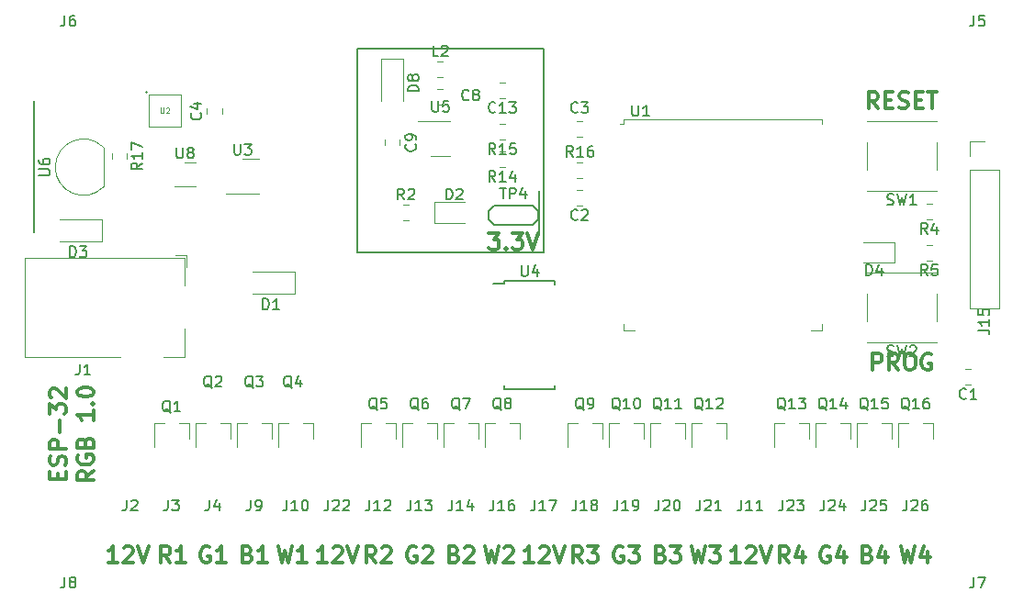
<source format=gbr>
G04 #@! TF.GenerationSoftware,KiCad,Pcbnew,(5.1.0-0)*
G04 #@! TF.CreationDate,2019-12-01T12:31:49+01:00*
G04 #@! TF.ProjectId,esp32,65737033-322e-46b6-9963-61645f706362,rev?*
G04 #@! TF.SameCoordinates,Original*
G04 #@! TF.FileFunction,Legend,Top*
G04 #@! TF.FilePolarity,Positive*
%FSLAX46Y46*%
G04 Gerber Fmt 4.6, Leading zero omitted, Abs format (unit mm)*
G04 Created by KiCad (PCBNEW (5.1.0-0)) date 2019-12-01 12:31:49*
%MOMM*%
%LPD*%
G04 APERTURE LIST*
%ADD10C,0.300000*%
%ADD11C,0.200000*%
%ADD12C,0.150000*%
%ADD13C,0.120000*%
%ADD14C,0.050000*%
G04 APERTURE END LIST*
D10*
X157922857Y-109508571D02*
X158280000Y-111008571D01*
X158565714Y-109937142D01*
X158851428Y-111008571D01*
X159208571Y-109508571D01*
X160422857Y-110008571D02*
X160422857Y-111008571D01*
X160065714Y-109437142D02*
X159708571Y-110508571D01*
X160637142Y-110508571D01*
X154862857Y-110222857D02*
X155077142Y-110294285D01*
X155148571Y-110365714D01*
X155220000Y-110508571D01*
X155220000Y-110722857D01*
X155148571Y-110865714D01*
X155077142Y-110937142D01*
X154934285Y-111008571D01*
X154362857Y-111008571D01*
X154362857Y-109508571D01*
X154862857Y-109508571D01*
X155005714Y-109580000D01*
X155077142Y-109651428D01*
X155148571Y-109794285D01*
X155148571Y-109937142D01*
X155077142Y-110080000D01*
X155005714Y-110151428D01*
X154862857Y-110222857D01*
X154362857Y-110222857D01*
X156505714Y-110008571D02*
X156505714Y-111008571D01*
X156148571Y-109437142D02*
X155791428Y-110508571D01*
X156720000Y-110508571D01*
X151338571Y-109580000D02*
X151195714Y-109508571D01*
X150981428Y-109508571D01*
X150767142Y-109580000D01*
X150624285Y-109722857D01*
X150552857Y-109865714D01*
X150481428Y-110151428D01*
X150481428Y-110365714D01*
X150552857Y-110651428D01*
X150624285Y-110794285D01*
X150767142Y-110937142D01*
X150981428Y-111008571D01*
X151124285Y-111008571D01*
X151338571Y-110937142D01*
X151410000Y-110865714D01*
X151410000Y-110365714D01*
X151124285Y-110365714D01*
X152695714Y-110008571D02*
X152695714Y-111008571D01*
X152338571Y-109437142D02*
X151981428Y-110508571D01*
X152910000Y-110508571D01*
X147600000Y-111008571D02*
X147100000Y-110294285D01*
X146742857Y-111008571D02*
X146742857Y-109508571D01*
X147314285Y-109508571D01*
X147457142Y-109580000D01*
X147528571Y-109651428D01*
X147600000Y-109794285D01*
X147600000Y-110008571D01*
X147528571Y-110151428D01*
X147457142Y-110222857D01*
X147314285Y-110294285D01*
X146742857Y-110294285D01*
X148885714Y-110008571D02*
X148885714Y-111008571D01*
X148528571Y-109437142D02*
X148171428Y-110508571D01*
X149100000Y-110508571D01*
X138618857Y-109508571D02*
X138976000Y-111008571D01*
X139261714Y-109937142D01*
X139547428Y-111008571D01*
X139904571Y-109508571D01*
X140333142Y-109508571D02*
X141261714Y-109508571D01*
X140761714Y-110080000D01*
X140976000Y-110080000D01*
X141118857Y-110151428D01*
X141190285Y-110222857D01*
X141261714Y-110365714D01*
X141261714Y-110722857D01*
X141190285Y-110865714D01*
X141118857Y-110937142D01*
X140976000Y-111008571D01*
X140547428Y-111008571D01*
X140404571Y-110937142D01*
X140333142Y-110865714D01*
X135812857Y-110222857D02*
X136027142Y-110294285D01*
X136098571Y-110365714D01*
X136170000Y-110508571D01*
X136170000Y-110722857D01*
X136098571Y-110865714D01*
X136027142Y-110937142D01*
X135884285Y-111008571D01*
X135312857Y-111008571D01*
X135312857Y-109508571D01*
X135812857Y-109508571D01*
X135955714Y-109580000D01*
X136027142Y-109651428D01*
X136098571Y-109794285D01*
X136098571Y-109937142D01*
X136027142Y-110080000D01*
X135955714Y-110151428D01*
X135812857Y-110222857D01*
X135312857Y-110222857D01*
X136670000Y-109508571D02*
X137598571Y-109508571D01*
X137098571Y-110080000D01*
X137312857Y-110080000D01*
X137455714Y-110151428D01*
X137527142Y-110222857D01*
X137598571Y-110365714D01*
X137598571Y-110722857D01*
X137527142Y-110865714D01*
X137455714Y-110937142D01*
X137312857Y-111008571D01*
X136884285Y-111008571D01*
X136741428Y-110937142D01*
X136670000Y-110865714D01*
X132288571Y-109580000D02*
X132145714Y-109508571D01*
X131931428Y-109508571D01*
X131717142Y-109580000D01*
X131574285Y-109722857D01*
X131502857Y-109865714D01*
X131431428Y-110151428D01*
X131431428Y-110365714D01*
X131502857Y-110651428D01*
X131574285Y-110794285D01*
X131717142Y-110937142D01*
X131931428Y-111008571D01*
X132074285Y-111008571D01*
X132288571Y-110937142D01*
X132360000Y-110865714D01*
X132360000Y-110365714D01*
X132074285Y-110365714D01*
X132860000Y-109508571D02*
X133788571Y-109508571D01*
X133288571Y-110080000D01*
X133502857Y-110080000D01*
X133645714Y-110151428D01*
X133717142Y-110222857D01*
X133788571Y-110365714D01*
X133788571Y-110722857D01*
X133717142Y-110865714D01*
X133645714Y-110937142D01*
X133502857Y-111008571D01*
X133074285Y-111008571D01*
X132931428Y-110937142D01*
X132860000Y-110865714D01*
X128550000Y-111008571D02*
X128050000Y-110294285D01*
X127692857Y-111008571D02*
X127692857Y-109508571D01*
X128264285Y-109508571D01*
X128407142Y-109580000D01*
X128478571Y-109651428D01*
X128550000Y-109794285D01*
X128550000Y-110008571D01*
X128478571Y-110151428D01*
X128407142Y-110222857D01*
X128264285Y-110294285D01*
X127692857Y-110294285D01*
X129050000Y-109508571D02*
X129978571Y-109508571D01*
X129478571Y-110080000D01*
X129692857Y-110080000D01*
X129835714Y-110151428D01*
X129907142Y-110222857D01*
X129978571Y-110365714D01*
X129978571Y-110722857D01*
X129907142Y-110865714D01*
X129835714Y-110937142D01*
X129692857Y-111008571D01*
X129264285Y-111008571D01*
X129121428Y-110937142D01*
X129050000Y-110865714D01*
X119568857Y-109508571D02*
X119926000Y-111008571D01*
X120211714Y-109937142D01*
X120497428Y-111008571D01*
X120854571Y-109508571D01*
X121354571Y-109651428D02*
X121426000Y-109580000D01*
X121568857Y-109508571D01*
X121926000Y-109508571D01*
X122068857Y-109580000D01*
X122140285Y-109651428D01*
X122211714Y-109794285D01*
X122211714Y-109937142D01*
X122140285Y-110151428D01*
X121283142Y-111008571D01*
X122211714Y-111008571D01*
X116762857Y-110222857D02*
X116977142Y-110294285D01*
X117048571Y-110365714D01*
X117120000Y-110508571D01*
X117120000Y-110722857D01*
X117048571Y-110865714D01*
X116977142Y-110937142D01*
X116834285Y-111008571D01*
X116262857Y-111008571D01*
X116262857Y-109508571D01*
X116762857Y-109508571D01*
X116905714Y-109580000D01*
X116977142Y-109651428D01*
X117048571Y-109794285D01*
X117048571Y-109937142D01*
X116977142Y-110080000D01*
X116905714Y-110151428D01*
X116762857Y-110222857D01*
X116262857Y-110222857D01*
X117691428Y-109651428D02*
X117762857Y-109580000D01*
X117905714Y-109508571D01*
X118262857Y-109508571D01*
X118405714Y-109580000D01*
X118477142Y-109651428D01*
X118548571Y-109794285D01*
X118548571Y-109937142D01*
X118477142Y-110151428D01*
X117620000Y-111008571D01*
X118548571Y-111008571D01*
X113238571Y-109580000D02*
X113095714Y-109508571D01*
X112881428Y-109508571D01*
X112667142Y-109580000D01*
X112524285Y-109722857D01*
X112452857Y-109865714D01*
X112381428Y-110151428D01*
X112381428Y-110365714D01*
X112452857Y-110651428D01*
X112524285Y-110794285D01*
X112667142Y-110937142D01*
X112881428Y-111008571D01*
X113024285Y-111008571D01*
X113238571Y-110937142D01*
X113310000Y-110865714D01*
X113310000Y-110365714D01*
X113024285Y-110365714D01*
X113881428Y-109651428D02*
X113952857Y-109580000D01*
X114095714Y-109508571D01*
X114452857Y-109508571D01*
X114595714Y-109580000D01*
X114667142Y-109651428D01*
X114738571Y-109794285D01*
X114738571Y-109937142D01*
X114667142Y-110151428D01*
X113810000Y-111008571D01*
X114738571Y-111008571D01*
X109500000Y-111008571D02*
X109000000Y-110294285D01*
X108642857Y-111008571D02*
X108642857Y-109508571D01*
X109214285Y-109508571D01*
X109357142Y-109580000D01*
X109428571Y-109651428D01*
X109500000Y-109794285D01*
X109500000Y-110008571D01*
X109428571Y-110151428D01*
X109357142Y-110222857D01*
X109214285Y-110294285D01*
X108642857Y-110294285D01*
X110071428Y-109651428D02*
X110142857Y-109580000D01*
X110285714Y-109508571D01*
X110642857Y-109508571D01*
X110785714Y-109580000D01*
X110857142Y-109651428D01*
X110928571Y-109794285D01*
X110928571Y-109937142D01*
X110857142Y-110151428D01*
X110000000Y-111008571D01*
X110928571Y-111008571D01*
X100518857Y-109508571D02*
X100876000Y-111008571D01*
X101161714Y-109937142D01*
X101447428Y-111008571D01*
X101804571Y-109508571D01*
X103161714Y-111008571D02*
X102304571Y-111008571D01*
X102733142Y-111008571D02*
X102733142Y-109508571D01*
X102590285Y-109722857D01*
X102447428Y-109865714D01*
X102304571Y-109937142D01*
X97712857Y-110222857D02*
X97927142Y-110294285D01*
X97998571Y-110365714D01*
X98070000Y-110508571D01*
X98070000Y-110722857D01*
X97998571Y-110865714D01*
X97927142Y-110937142D01*
X97784285Y-111008571D01*
X97212857Y-111008571D01*
X97212857Y-109508571D01*
X97712857Y-109508571D01*
X97855714Y-109580000D01*
X97927142Y-109651428D01*
X97998571Y-109794285D01*
X97998571Y-109937142D01*
X97927142Y-110080000D01*
X97855714Y-110151428D01*
X97712857Y-110222857D01*
X97212857Y-110222857D01*
X99498571Y-111008571D02*
X98641428Y-111008571D01*
X99070000Y-111008571D02*
X99070000Y-109508571D01*
X98927142Y-109722857D01*
X98784285Y-109865714D01*
X98641428Y-109937142D01*
X143111428Y-111008571D02*
X142254285Y-111008571D01*
X142682857Y-111008571D02*
X142682857Y-109508571D01*
X142540000Y-109722857D01*
X142397142Y-109865714D01*
X142254285Y-109937142D01*
X143682857Y-109651428D02*
X143754285Y-109580000D01*
X143897142Y-109508571D01*
X144254285Y-109508571D01*
X144397142Y-109580000D01*
X144468571Y-109651428D01*
X144540000Y-109794285D01*
X144540000Y-109937142D01*
X144468571Y-110151428D01*
X143611428Y-111008571D01*
X144540000Y-111008571D01*
X144968571Y-109508571D02*
X145468571Y-111008571D01*
X145968571Y-109508571D01*
X124061428Y-111008571D02*
X123204285Y-111008571D01*
X123632857Y-111008571D02*
X123632857Y-109508571D01*
X123490000Y-109722857D01*
X123347142Y-109865714D01*
X123204285Y-109937142D01*
X124632857Y-109651428D02*
X124704285Y-109580000D01*
X124847142Y-109508571D01*
X125204285Y-109508571D01*
X125347142Y-109580000D01*
X125418571Y-109651428D01*
X125490000Y-109794285D01*
X125490000Y-109937142D01*
X125418571Y-110151428D01*
X124561428Y-111008571D01*
X125490000Y-111008571D01*
X125918571Y-109508571D02*
X126418571Y-111008571D01*
X126918571Y-109508571D01*
X85707428Y-111008571D02*
X84850285Y-111008571D01*
X85278857Y-111008571D02*
X85278857Y-109508571D01*
X85136000Y-109722857D01*
X84993142Y-109865714D01*
X84850285Y-109937142D01*
X86278857Y-109651428D02*
X86350285Y-109580000D01*
X86493142Y-109508571D01*
X86850285Y-109508571D01*
X86993142Y-109580000D01*
X87064571Y-109651428D01*
X87136000Y-109794285D01*
X87136000Y-109937142D01*
X87064571Y-110151428D01*
X86207428Y-111008571D01*
X87136000Y-111008571D01*
X87564571Y-109508571D02*
X88064571Y-111008571D01*
X88564571Y-109508571D01*
X105011428Y-111008571D02*
X104154285Y-111008571D01*
X104582857Y-111008571D02*
X104582857Y-109508571D01*
X104440000Y-109722857D01*
X104297142Y-109865714D01*
X104154285Y-109937142D01*
X105582857Y-109651428D02*
X105654285Y-109580000D01*
X105797142Y-109508571D01*
X106154285Y-109508571D01*
X106297142Y-109580000D01*
X106368571Y-109651428D01*
X106440000Y-109794285D01*
X106440000Y-109937142D01*
X106368571Y-110151428D01*
X105511428Y-111008571D01*
X106440000Y-111008571D01*
X106868571Y-109508571D02*
X107368571Y-111008571D01*
X107868571Y-109508571D01*
X94188571Y-109580000D02*
X94045714Y-109508571D01*
X93831428Y-109508571D01*
X93617142Y-109580000D01*
X93474285Y-109722857D01*
X93402857Y-109865714D01*
X93331428Y-110151428D01*
X93331428Y-110365714D01*
X93402857Y-110651428D01*
X93474285Y-110794285D01*
X93617142Y-110937142D01*
X93831428Y-111008571D01*
X93974285Y-111008571D01*
X94188571Y-110937142D01*
X94260000Y-110865714D01*
X94260000Y-110365714D01*
X93974285Y-110365714D01*
X95688571Y-111008571D02*
X94831428Y-111008571D01*
X95260000Y-111008571D02*
X95260000Y-109508571D01*
X95117142Y-109722857D01*
X94974285Y-109865714D01*
X94831428Y-109937142D01*
X90577000Y-111008571D02*
X90077000Y-110294285D01*
X89719857Y-111008571D02*
X89719857Y-109508571D01*
X90291285Y-109508571D01*
X90434142Y-109580000D01*
X90505571Y-109651428D01*
X90577000Y-109794285D01*
X90577000Y-110008571D01*
X90505571Y-110151428D01*
X90434142Y-110222857D01*
X90291285Y-110294285D01*
X89719857Y-110294285D01*
X92005571Y-111008571D02*
X91148428Y-111008571D01*
X91577000Y-111008571D02*
X91577000Y-109508571D01*
X91434142Y-109722857D01*
X91291285Y-109865714D01*
X91148428Y-109937142D01*
D11*
X124587000Y-76708000D02*
X124587000Y-80772000D01*
D12*
X107845000Y-82390000D02*
X107845000Y-63594000D01*
X124990000Y-82390000D02*
X107845000Y-82390000D01*
X124990000Y-63594000D02*
X124990000Y-82390000D01*
X107845000Y-63594000D02*
X124990000Y-63594000D01*
X78000000Y-68420000D02*
X78000000Y-80485000D01*
D10*
X155331428Y-93228571D02*
X155331428Y-91728571D01*
X155902857Y-91728571D01*
X156045714Y-91800000D01*
X156117142Y-91871428D01*
X156188571Y-92014285D01*
X156188571Y-92228571D01*
X156117142Y-92371428D01*
X156045714Y-92442857D01*
X155902857Y-92514285D01*
X155331428Y-92514285D01*
X157688571Y-93228571D02*
X157188571Y-92514285D01*
X156831428Y-93228571D02*
X156831428Y-91728571D01*
X157402857Y-91728571D01*
X157545714Y-91800000D01*
X157617142Y-91871428D01*
X157688571Y-92014285D01*
X157688571Y-92228571D01*
X157617142Y-92371428D01*
X157545714Y-92442857D01*
X157402857Y-92514285D01*
X156831428Y-92514285D01*
X158617142Y-91728571D02*
X158902857Y-91728571D01*
X159045714Y-91800000D01*
X159188571Y-91942857D01*
X159260000Y-92228571D01*
X159260000Y-92728571D01*
X159188571Y-93014285D01*
X159045714Y-93157142D01*
X158902857Y-93228571D01*
X158617142Y-93228571D01*
X158474285Y-93157142D01*
X158331428Y-93014285D01*
X158260000Y-92728571D01*
X158260000Y-92228571D01*
X158331428Y-91942857D01*
X158474285Y-91800000D01*
X158617142Y-91728571D01*
X160688571Y-91800000D02*
X160545714Y-91728571D01*
X160331428Y-91728571D01*
X160117142Y-91800000D01*
X159974285Y-91942857D01*
X159902857Y-92085714D01*
X159831428Y-92371428D01*
X159831428Y-92585714D01*
X159902857Y-92871428D01*
X159974285Y-93014285D01*
X160117142Y-93157142D01*
X160331428Y-93228571D01*
X160474285Y-93228571D01*
X160688571Y-93157142D01*
X160760000Y-93085714D01*
X160760000Y-92585714D01*
X160474285Y-92585714D01*
X155831428Y-69098571D02*
X155331428Y-68384285D01*
X154974285Y-69098571D02*
X154974285Y-67598571D01*
X155545714Y-67598571D01*
X155688571Y-67670000D01*
X155760000Y-67741428D01*
X155831428Y-67884285D01*
X155831428Y-68098571D01*
X155760000Y-68241428D01*
X155688571Y-68312857D01*
X155545714Y-68384285D01*
X154974285Y-68384285D01*
X156474285Y-68312857D02*
X156974285Y-68312857D01*
X157188571Y-69098571D02*
X156474285Y-69098571D01*
X156474285Y-67598571D01*
X157188571Y-67598571D01*
X157760000Y-69027142D02*
X157974285Y-69098571D01*
X158331428Y-69098571D01*
X158474285Y-69027142D01*
X158545714Y-68955714D01*
X158617142Y-68812857D01*
X158617142Y-68670000D01*
X158545714Y-68527142D01*
X158474285Y-68455714D01*
X158331428Y-68384285D01*
X158045714Y-68312857D01*
X157902857Y-68241428D01*
X157831428Y-68170000D01*
X157760000Y-68027142D01*
X157760000Y-67884285D01*
X157831428Y-67741428D01*
X157902857Y-67670000D01*
X158045714Y-67598571D01*
X158402857Y-67598571D01*
X158617142Y-67670000D01*
X159260000Y-68312857D02*
X159760000Y-68312857D01*
X159974285Y-69098571D02*
X159260000Y-69098571D01*
X159260000Y-67598571D01*
X159974285Y-67598571D01*
X160402857Y-67598571D02*
X161260000Y-67598571D01*
X160831428Y-69098571D02*
X160831428Y-67598571D01*
X119959714Y-80585571D02*
X120888285Y-80585571D01*
X120388285Y-81157000D01*
X120602571Y-81157000D01*
X120745428Y-81228428D01*
X120816857Y-81299857D01*
X120888285Y-81442714D01*
X120888285Y-81799857D01*
X120816857Y-81942714D01*
X120745428Y-82014142D01*
X120602571Y-82085571D01*
X120174000Y-82085571D01*
X120031142Y-82014142D01*
X119959714Y-81942714D01*
X121531142Y-81942714D02*
X121602571Y-82014142D01*
X121531142Y-82085571D01*
X121459714Y-82014142D01*
X121531142Y-81942714D01*
X121531142Y-82085571D01*
X122102571Y-80585571D02*
X123031142Y-80585571D01*
X122531142Y-81157000D01*
X122745428Y-81157000D01*
X122888285Y-81228428D01*
X122959714Y-81299857D01*
X123031142Y-81442714D01*
X123031142Y-81799857D01*
X122959714Y-81942714D01*
X122888285Y-82014142D01*
X122745428Y-82085571D01*
X122316857Y-82085571D01*
X122174000Y-82014142D01*
X122102571Y-81942714D01*
X123459714Y-80585571D02*
X123959714Y-82085571D01*
X124459714Y-80585571D01*
X80173857Y-103296857D02*
X80173857Y-102796857D01*
X80959571Y-102582571D02*
X80959571Y-103296857D01*
X79459571Y-103296857D01*
X79459571Y-102582571D01*
X80888142Y-102011142D02*
X80959571Y-101796857D01*
X80959571Y-101439714D01*
X80888142Y-101296857D01*
X80816714Y-101225428D01*
X80673857Y-101154000D01*
X80531000Y-101154000D01*
X80388142Y-101225428D01*
X80316714Y-101296857D01*
X80245285Y-101439714D01*
X80173857Y-101725428D01*
X80102428Y-101868285D01*
X80031000Y-101939714D01*
X79888142Y-102011142D01*
X79745285Y-102011142D01*
X79602428Y-101939714D01*
X79531000Y-101868285D01*
X79459571Y-101725428D01*
X79459571Y-101368285D01*
X79531000Y-101154000D01*
X80959571Y-100511142D02*
X79459571Y-100511142D01*
X79459571Y-99939714D01*
X79531000Y-99796857D01*
X79602428Y-99725428D01*
X79745285Y-99654000D01*
X79959571Y-99654000D01*
X80102428Y-99725428D01*
X80173857Y-99796857D01*
X80245285Y-99939714D01*
X80245285Y-100511142D01*
X80388142Y-99011142D02*
X80388142Y-97868285D01*
X79459571Y-97296857D02*
X79459571Y-96368285D01*
X80031000Y-96868285D01*
X80031000Y-96654000D01*
X80102428Y-96511142D01*
X80173857Y-96439714D01*
X80316714Y-96368285D01*
X80673857Y-96368285D01*
X80816714Y-96439714D01*
X80888142Y-96511142D01*
X80959571Y-96654000D01*
X80959571Y-97082571D01*
X80888142Y-97225428D01*
X80816714Y-97296857D01*
X79602428Y-95796857D02*
X79531000Y-95725428D01*
X79459571Y-95582571D01*
X79459571Y-95225428D01*
X79531000Y-95082571D01*
X79602428Y-95011142D01*
X79745285Y-94939714D01*
X79888142Y-94939714D01*
X80102428Y-95011142D01*
X80959571Y-95868285D01*
X80959571Y-94939714D01*
X83509571Y-102546857D02*
X82795285Y-103046857D01*
X83509571Y-103404000D02*
X82009571Y-103404000D01*
X82009571Y-102832571D01*
X82081000Y-102689714D01*
X82152428Y-102618285D01*
X82295285Y-102546857D01*
X82509571Y-102546857D01*
X82652428Y-102618285D01*
X82723857Y-102689714D01*
X82795285Y-102832571D01*
X82795285Y-103404000D01*
X82081000Y-101118285D02*
X82009571Y-101261142D01*
X82009571Y-101475428D01*
X82081000Y-101689714D01*
X82223857Y-101832571D01*
X82366714Y-101904000D01*
X82652428Y-101975428D01*
X82866714Y-101975428D01*
X83152428Y-101904000D01*
X83295285Y-101832571D01*
X83438142Y-101689714D01*
X83509571Y-101475428D01*
X83509571Y-101332571D01*
X83438142Y-101118285D01*
X83366714Y-101046857D01*
X82866714Y-101046857D01*
X82866714Y-101332571D01*
X82723857Y-99904000D02*
X82795285Y-99689714D01*
X82866714Y-99618285D01*
X83009571Y-99546857D01*
X83223857Y-99546857D01*
X83366714Y-99618285D01*
X83438142Y-99689714D01*
X83509571Y-99832571D01*
X83509571Y-100404000D01*
X82009571Y-100404000D01*
X82009571Y-99904000D01*
X82081000Y-99761142D01*
X82152428Y-99689714D01*
X82295285Y-99618285D01*
X82438142Y-99618285D01*
X82581000Y-99689714D01*
X82652428Y-99761142D01*
X82723857Y-99904000D01*
X82723857Y-100404000D01*
X83509571Y-96975428D02*
X83509571Y-97832571D01*
X83509571Y-97404000D02*
X82009571Y-97404000D01*
X82223857Y-97546857D01*
X82366714Y-97689714D01*
X82438142Y-97832571D01*
X83366714Y-96332571D02*
X83438142Y-96261142D01*
X83509571Y-96332571D01*
X83438142Y-96404000D01*
X83366714Y-96332571D01*
X83509571Y-96332571D01*
X82009571Y-95332571D02*
X82009571Y-95189714D01*
X82081000Y-95046857D01*
X82152428Y-94975428D01*
X82295285Y-94904000D01*
X82581000Y-94832571D01*
X82938142Y-94832571D01*
X83223857Y-94904000D01*
X83366714Y-94975428D01*
X83438142Y-95046857D01*
X83509571Y-95189714D01*
X83509571Y-95332571D01*
X83438142Y-95475428D01*
X83366714Y-95546857D01*
X83223857Y-95618285D01*
X82938142Y-95689714D01*
X82581000Y-95689714D01*
X82295285Y-95618285D01*
X82152428Y-95546857D01*
X82081000Y-95475428D01*
X82009571Y-95332571D01*
D13*
X132380000Y-88950000D02*
X132380000Y-89570000D01*
X132380000Y-89570000D02*
X133380000Y-89570000D01*
X150620000Y-88950000D02*
X150620000Y-89570000D01*
X150620000Y-89570000D02*
X149620000Y-89570000D01*
X132380000Y-70130000D02*
X150620000Y-70130000D01*
X150620000Y-70130000D02*
X150620000Y-70550000D01*
X132380000Y-70130000D02*
X132380000Y-70550000D01*
X132380000Y-70550000D02*
X132000000Y-70550000D01*
X84314000Y-81358000D02*
X80414000Y-81358000D01*
X84314000Y-79358000D02*
X80414000Y-79358000D01*
X84314000Y-81358000D02*
X84314000Y-79358000D01*
X102094000Y-86184000D02*
X98194000Y-86184000D01*
X102094000Y-84184000D02*
X98194000Y-84184000D01*
X102094000Y-86184000D02*
X102094000Y-84184000D01*
X84410478Y-72677522D02*
G75*
G03X79972000Y-74516000I-1838478J-1838478D01*
G01*
X84410478Y-76354478D02*
G75*
G02X79972000Y-74516000I-1838478J1838478D01*
G01*
X84422000Y-76316000D02*
X84422000Y-72716000D01*
D12*
X121395000Y-85260000D02*
X120320000Y-85260000D01*
X121395000Y-94985000D02*
X126045000Y-94985000D01*
X121395000Y-85035000D02*
X126045000Y-85035000D01*
X121395000Y-94985000D02*
X121395000Y-94660000D01*
X126045000Y-94985000D02*
X126045000Y-94660000D01*
X126045000Y-85035000D02*
X126045000Y-85360000D01*
X121395000Y-85035000D02*
X121395000Y-85260000D01*
D13*
X160860000Y-98140000D02*
X160860000Y-99600000D01*
X157700000Y-98140000D02*
X157700000Y-100300000D01*
X157700000Y-98140000D02*
X158630000Y-98140000D01*
X160860000Y-98140000D02*
X159930000Y-98140000D01*
X157050000Y-98140000D02*
X157050000Y-99600000D01*
X153890000Y-98140000D02*
X153890000Y-100300000D01*
X153890000Y-98140000D02*
X154820000Y-98140000D01*
X157050000Y-98140000D02*
X156120000Y-98140000D01*
X153240000Y-98140000D02*
X153240000Y-99600000D01*
X150080000Y-98140000D02*
X150080000Y-100300000D01*
X150080000Y-98140000D02*
X151010000Y-98140000D01*
X153240000Y-98140000D02*
X152310000Y-98140000D01*
X149430000Y-98140000D02*
X149430000Y-99600000D01*
X146270000Y-98140000D02*
X146270000Y-100300000D01*
X146270000Y-98140000D02*
X147200000Y-98140000D01*
X149430000Y-98140000D02*
X148500000Y-98140000D01*
X141810000Y-98140000D02*
X141810000Y-99600000D01*
X138650000Y-98140000D02*
X138650000Y-100300000D01*
X138650000Y-98140000D02*
X139580000Y-98140000D01*
X141810000Y-98140000D02*
X140880000Y-98140000D01*
X138000000Y-98140000D02*
X138000000Y-99600000D01*
X134840000Y-98140000D02*
X134840000Y-100300000D01*
X134840000Y-98140000D02*
X135770000Y-98140000D01*
X138000000Y-98140000D02*
X137070000Y-98140000D01*
X134190000Y-98140000D02*
X134190000Y-99600000D01*
X131030000Y-98140000D02*
X131030000Y-100300000D01*
X131030000Y-98140000D02*
X131960000Y-98140000D01*
X134190000Y-98140000D02*
X133260000Y-98140000D01*
X130380000Y-98140000D02*
X130380000Y-99600000D01*
X127220000Y-98140000D02*
X127220000Y-100300000D01*
X127220000Y-98140000D02*
X128150000Y-98140000D01*
X130380000Y-98140000D02*
X129450000Y-98140000D01*
X122760000Y-98140000D02*
X122760000Y-99600000D01*
X119600000Y-98140000D02*
X119600000Y-100300000D01*
X119600000Y-98140000D02*
X120530000Y-98140000D01*
X122760000Y-98140000D02*
X121830000Y-98140000D01*
X118950000Y-98140000D02*
X118950000Y-99600000D01*
X115790000Y-98140000D02*
X115790000Y-100300000D01*
X115790000Y-98140000D02*
X116720000Y-98140000D01*
X118950000Y-98140000D02*
X118020000Y-98140000D01*
X115140000Y-98140000D02*
X115140000Y-99600000D01*
X111980000Y-98140000D02*
X111980000Y-100300000D01*
X111980000Y-98140000D02*
X112910000Y-98140000D01*
X115140000Y-98140000D02*
X114210000Y-98140000D01*
X111330000Y-98140000D02*
X111330000Y-99600000D01*
X108170000Y-98140000D02*
X108170000Y-100300000D01*
X108170000Y-98140000D02*
X109100000Y-98140000D01*
X111330000Y-98140000D02*
X110400000Y-98140000D01*
X103710000Y-98140000D02*
X103710000Y-99600000D01*
X100550000Y-98140000D02*
X100550000Y-100300000D01*
X100550000Y-98140000D02*
X101480000Y-98140000D01*
X103710000Y-98140000D02*
X102780000Y-98140000D01*
X99900000Y-98140000D02*
X99900000Y-99600000D01*
X96740000Y-98140000D02*
X96740000Y-100300000D01*
X96740000Y-98140000D02*
X97670000Y-98140000D01*
X99900000Y-98140000D02*
X98970000Y-98140000D01*
X96090000Y-98140000D02*
X96090000Y-99600000D01*
X92930000Y-98140000D02*
X92930000Y-100300000D01*
X92930000Y-98140000D02*
X93860000Y-98140000D01*
X96090000Y-98140000D02*
X95160000Y-98140000D01*
X92280000Y-98140000D02*
X92280000Y-99600000D01*
X89120000Y-98140000D02*
X89120000Y-100300000D01*
X89120000Y-98140000D02*
X90050000Y-98140000D01*
X92280000Y-98140000D02*
X91350000Y-98140000D01*
X90922500Y-76294000D02*
X92922500Y-76294000D01*
X91922500Y-74074000D02*
X92922500Y-74074000D01*
X85164000Y-73238748D02*
X85164000Y-73761252D01*
X86584000Y-73238748D02*
X86584000Y-73761252D01*
X128030748Y-75480000D02*
X128553252Y-75480000D01*
X128030748Y-74060000D02*
X128553252Y-74060000D01*
X112020000Y-64519000D02*
X112020000Y-68419000D01*
X110020000Y-64519000D02*
X110020000Y-68419000D01*
X112020000Y-64519000D02*
X110020000Y-64519000D01*
X116365000Y-70239000D02*
X113415000Y-70239000D01*
X114565000Y-73459000D02*
X116365000Y-73459000D01*
X121441252Y-70504000D02*
X120918748Y-70504000D01*
X121441252Y-71924000D02*
X120918748Y-71924000D01*
X121441252Y-73044000D02*
X120918748Y-73044000D01*
X121441252Y-74464000D02*
X120918748Y-74464000D01*
X115203748Y-66209000D02*
X115726252Y-66209000D01*
X115203748Y-64789000D02*
X115726252Y-64789000D01*
X121441252Y-66694000D02*
X120918748Y-66694000D01*
X121441252Y-68114000D02*
X120918748Y-68114000D01*
X115726252Y-67329000D02*
X115203748Y-67329000D01*
X115726252Y-68749000D02*
X115203748Y-68749000D01*
X111730000Y-72500252D02*
X111730000Y-71977748D01*
X110310000Y-72500252D02*
X110310000Y-71977748D01*
X160811252Y-81680000D02*
X160288748Y-81680000D01*
X160811252Y-83100000D02*
X160288748Y-83100000D01*
X112037748Y-79417000D02*
X112560252Y-79417000D01*
X112037748Y-77997000D02*
X112560252Y-77997000D01*
X157330000Y-81430000D02*
X154470000Y-81430000D01*
X157330000Y-83350000D02*
X157330000Y-81430000D01*
X154470000Y-83350000D02*
X157330000Y-83350000D01*
X114884000Y-79667000D02*
X117744000Y-79667000D01*
X114884000Y-77747000D02*
X114884000Y-79667000D01*
X117744000Y-77747000D02*
X114884000Y-77747000D01*
X160811252Y-77870000D02*
X160288748Y-77870000D01*
X160811252Y-79290000D02*
X160288748Y-79290000D01*
X164376252Y-93110000D02*
X163853748Y-93110000D01*
X164376252Y-94530000D02*
X163853748Y-94530000D01*
X128553252Y-76600000D02*
X128030748Y-76600000D01*
X128553252Y-78020000D02*
X128030748Y-78020000D01*
X161240000Y-70270000D02*
X154780000Y-70270000D01*
X161240000Y-74800000D02*
X161240000Y-72200000D01*
X161240000Y-76730000D02*
X154780000Y-76730000D01*
X154780000Y-74800000D02*
X154780000Y-72200000D01*
X161240000Y-76700000D02*
X161240000Y-76730000D01*
X161240000Y-70270000D02*
X161240000Y-70300000D01*
X154780000Y-70270000D02*
X154780000Y-70300000D01*
X154780000Y-76730000D02*
X154780000Y-76700000D01*
X154780000Y-90700000D02*
X154780000Y-90670000D01*
X154780000Y-84240000D02*
X154780000Y-84270000D01*
X161240000Y-84240000D02*
X161240000Y-84270000D01*
X161240000Y-90670000D02*
X161240000Y-90700000D01*
X154780000Y-88770000D02*
X154780000Y-86170000D01*
X161240000Y-90700000D02*
X154780000Y-90700000D01*
X161240000Y-88770000D02*
X161240000Y-86170000D01*
X161240000Y-84240000D02*
X154780000Y-84240000D01*
X95355000Y-69605252D02*
X95355000Y-69082748D01*
X93935000Y-69605252D02*
X93935000Y-69082748D01*
X128553252Y-70250000D02*
X128030748Y-70250000D01*
X128553252Y-71670000D02*
X128030748Y-71670000D01*
D12*
X119896000Y-78561000D02*
X120396000Y-78061000D01*
X119896000Y-79361000D02*
X119896000Y-78561000D01*
X120396000Y-79861000D02*
X119896000Y-79361000D01*
X123996000Y-79861000D02*
X120396000Y-79861000D01*
X124496000Y-79361000D02*
X123996000Y-79861000D01*
X124496000Y-78561000D02*
X124496000Y-79361000D01*
X123996000Y-78061000D02*
X124496000Y-78561000D01*
X120396000Y-78061000D02*
X123996000Y-78061000D01*
D13*
X92085000Y-83720000D02*
X92085000Y-82670000D01*
X91035000Y-82670000D02*
X92085000Y-82670000D01*
X85985000Y-92070000D02*
X77185000Y-92070000D01*
X77185000Y-92070000D02*
X77185000Y-82870000D01*
X91885000Y-89370000D02*
X91885000Y-92070000D01*
X91885000Y-92070000D02*
X89985000Y-92070000D01*
X77185000Y-82870000D02*
X91885000Y-82870000D01*
X91885000Y-82870000D02*
X91885000Y-85470000D01*
X97225000Y-73764000D02*
X98725000Y-73764000D01*
X95725000Y-76984000D02*
X98725000Y-76984000D01*
X164300000Y-72170000D02*
X165630000Y-72170000D01*
X164300000Y-73500000D02*
X164300000Y-72170000D01*
X164300000Y-74770000D02*
X166960000Y-74770000D01*
X166960000Y-74770000D02*
X166960000Y-87530000D01*
X164300000Y-74770000D02*
X164300000Y-87530000D01*
X164300000Y-87530000D02*
X166960000Y-87530000D01*
D14*
X88565000Y-70809000D02*
X88565000Y-67809000D01*
X91565000Y-70809000D02*
X88565000Y-70809000D01*
X91565000Y-67809000D02*
X91565000Y-70809000D01*
X88565000Y-67809000D02*
X91565000Y-67809000D01*
X88465000Y-67609000D02*
G75*
G03X88465000Y-67609000I-100000J0D01*
G01*
D12*
X94176666Y-105202380D02*
X94176666Y-105916666D01*
X94129047Y-106059523D01*
X94033809Y-106154761D01*
X93890952Y-106202380D01*
X93795714Y-106202380D01*
X95081428Y-105535714D02*
X95081428Y-106202380D01*
X94843333Y-105154761D02*
X94605238Y-105869047D01*
X95224285Y-105869047D01*
X90366666Y-105202380D02*
X90366666Y-105916666D01*
X90319047Y-106059523D01*
X90223809Y-106154761D01*
X90080952Y-106202380D01*
X89985714Y-106202380D01*
X90747619Y-105202380D02*
X91366666Y-105202380D01*
X91033333Y-105583333D01*
X91176190Y-105583333D01*
X91271428Y-105630952D01*
X91319047Y-105678571D01*
X91366666Y-105773809D01*
X91366666Y-106011904D01*
X91319047Y-106107142D01*
X91271428Y-106154761D01*
X91176190Y-106202380D01*
X90890476Y-106202380D01*
X90795238Y-106154761D01*
X90747619Y-106107142D01*
X86556666Y-105202380D02*
X86556666Y-105916666D01*
X86509047Y-106059523D01*
X86413809Y-106154761D01*
X86270952Y-106202380D01*
X86175714Y-106202380D01*
X86985238Y-105297619D02*
X87032857Y-105250000D01*
X87128095Y-105202380D01*
X87366190Y-105202380D01*
X87461428Y-105250000D01*
X87509047Y-105297619D01*
X87556666Y-105392857D01*
X87556666Y-105488095D01*
X87509047Y-105630952D01*
X86937619Y-106202380D01*
X87556666Y-106202380D01*
X158470476Y-105202380D02*
X158470476Y-105916666D01*
X158422857Y-106059523D01*
X158327619Y-106154761D01*
X158184761Y-106202380D01*
X158089523Y-106202380D01*
X158899047Y-105297619D02*
X158946666Y-105250000D01*
X159041904Y-105202380D01*
X159280000Y-105202380D01*
X159375238Y-105250000D01*
X159422857Y-105297619D01*
X159470476Y-105392857D01*
X159470476Y-105488095D01*
X159422857Y-105630952D01*
X158851428Y-106202380D01*
X159470476Y-106202380D01*
X160327619Y-105202380D02*
X160137142Y-105202380D01*
X160041904Y-105250000D01*
X159994285Y-105297619D01*
X159899047Y-105440476D01*
X159851428Y-105630952D01*
X159851428Y-106011904D01*
X159899047Y-106107142D01*
X159946666Y-106154761D01*
X160041904Y-106202380D01*
X160232380Y-106202380D01*
X160327619Y-106154761D01*
X160375238Y-106107142D01*
X160422857Y-106011904D01*
X160422857Y-105773809D01*
X160375238Y-105678571D01*
X160327619Y-105630952D01*
X160232380Y-105583333D01*
X160041904Y-105583333D01*
X159946666Y-105630952D01*
X159899047Y-105678571D01*
X159851428Y-105773809D01*
X154660476Y-105202380D02*
X154660476Y-105916666D01*
X154612857Y-106059523D01*
X154517619Y-106154761D01*
X154374761Y-106202380D01*
X154279523Y-106202380D01*
X155089047Y-105297619D02*
X155136666Y-105250000D01*
X155231904Y-105202380D01*
X155470000Y-105202380D01*
X155565238Y-105250000D01*
X155612857Y-105297619D01*
X155660476Y-105392857D01*
X155660476Y-105488095D01*
X155612857Y-105630952D01*
X155041428Y-106202380D01*
X155660476Y-106202380D01*
X156565238Y-105202380D02*
X156089047Y-105202380D01*
X156041428Y-105678571D01*
X156089047Y-105630952D01*
X156184285Y-105583333D01*
X156422380Y-105583333D01*
X156517619Y-105630952D01*
X156565238Y-105678571D01*
X156612857Y-105773809D01*
X156612857Y-106011904D01*
X156565238Y-106107142D01*
X156517619Y-106154761D01*
X156422380Y-106202380D01*
X156184285Y-106202380D01*
X156089047Y-106154761D01*
X156041428Y-106107142D01*
X150850476Y-105202380D02*
X150850476Y-105916666D01*
X150802857Y-106059523D01*
X150707619Y-106154761D01*
X150564761Y-106202380D01*
X150469523Y-106202380D01*
X151279047Y-105297619D02*
X151326666Y-105250000D01*
X151421904Y-105202380D01*
X151660000Y-105202380D01*
X151755238Y-105250000D01*
X151802857Y-105297619D01*
X151850476Y-105392857D01*
X151850476Y-105488095D01*
X151802857Y-105630952D01*
X151231428Y-106202380D01*
X151850476Y-106202380D01*
X152707619Y-105535714D02*
X152707619Y-106202380D01*
X152469523Y-105154761D02*
X152231428Y-105869047D01*
X152850476Y-105869047D01*
X147040476Y-105202380D02*
X147040476Y-105916666D01*
X146992857Y-106059523D01*
X146897619Y-106154761D01*
X146754761Y-106202380D01*
X146659523Y-106202380D01*
X147469047Y-105297619D02*
X147516666Y-105250000D01*
X147611904Y-105202380D01*
X147850000Y-105202380D01*
X147945238Y-105250000D01*
X147992857Y-105297619D01*
X148040476Y-105392857D01*
X148040476Y-105488095D01*
X147992857Y-105630952D01*
X147421428Y-106202380D01*
X148040476Y-106202380D01*
X148373809Y-105202380D02*
X148992857Y-105202380D01*
X148659523Y-105583333D01*
X148802380Y-105583333D01*
X148897619Y-105630952D01*
X148945238Y-105678571D01*
X148992857Y-105773809D01*
X148992857Y-106011904D01*
X148945238Y-106107142D01*
X148897619Y-106154761D01*
X148802380Y-106202380D01*
X148516666Y-106202380D01*
X148421428Y-106154761D01*
X148373809Y-106107142D01*
X105130476Y-105202380D02*
X105130476Y-105916666D01*
X105082857Y-106059523D01*
X104987619Y-106154761D01*
X104844761Y-106202380D01*
X104749523Y-106202380D01*
X105559047Y-105297619D02*
X105606666Y-105250000D01*
X105701904Y-105202380D01*
X105940000Y-105202380D01*
X106035238Y-105250000D01*
X106082857Y-105297619D01*
X106130476Y-105392857D01*
X106130476Y-105488095D01*
X106082857Y-105630952D01*
X105511428Y-106202380D01*
X106130476Y-106202380D01*
X106511428Y-105297619D02*
X106559047Y-105250000D01*
X106654285Y-105202380D01*
X106892380Y-105202380D01*
X106987619Y-105250000D01*
X107035238Y-105297619D01*
X107082857Y-105392857D01*
X107082857Y-105488095D01*
X107035238Y-105630952D01*
X106463809Y-106202380D01*
X107082857Y-106202380D01*
X139420476Y-105202380D02*
X139420476Y-105916666D01*
X139372857Y-106059523D01*
X139277619Y-106154761D01*
X139134761Y-106202380D01*
X139039523Y-106202380D01*
X139849047Y-105297619D02*
X139896666Y-105250000D01*
X139991904Y-105202380D01*
X140230000Y-105202380D01*
X140325238Y-105250000D01*
X140372857Y-105297619D01*
X140420476Y-105392857D01*
X140420476Y-105488095D01*
X140372857Y-105630952D01*
X139801428Y-106202380D01*
X140420476Y-106202380D01*
X141372857Y-106202380D02*
X140801428Y-106202380D01*
X141087142Y-106202380D02*
X141087142Y-105202380D01*
X140991904Y-105345238D01*
X140896666Y-105440476D01*
X140801428Y-105488095D01*
X135610476Y-105202380D02*
X135610476Y-105916666D01*
X135562857Y-106059523D01*
X135467619Y-106154761D01*
X135324761Y-106202380D01*
X135229523Y-106202380D01*
X136039047Y-105297619D02*
X136086666Y-105250000D01*
X136181904Y-105202380D01*
X136420000Y-105202380D01*
X136515238Y-105250000D01*
X136562857Y-105297619D01*
X136610476Y-105392857D01*
X136610476Y-105488095D01*
X136562857Y-105630952D01*
X135991428Y-106202380D01*
X136610476Y-106202380D01*
X137229523Y-105202380D02*
X137324761Y-105202380D01*
X137420000Y-105250000D01*
X137467619Y-105297619D01*
X137515238Y-105392857D01*
X137562857Y-105583333D01*
X137562857Y-105821428D01*
X137515238Y-106011904D01*
X137467619Y-106107142D01*
X137420000Y-106154761D01*
X137324761Y-106202380D01*
X137229523Y-106202380D01*
X137134285Y-106154761D01*
X137086666Y-106107142D01*
X137039047Y-106011904D01*
X136991428Y-105821428D01*
X136991428Y-105583333D01*
X137039047Y-105392857D01*
X137086666Y-105297619D01*
X137134285Y-105250000D01*
X137229523Y-105202380D01*
X131800476Y-105202380D02*
X131800476Y-105916666D01*
X131752857Y-106059523D01*
X131657619Y-106154761D01*
X131514761Y-106202380D01*
X131419523Y-106202380D01*
X132800476Y-106202380D02*
X132229047Y-106202380D01*
X132514761Y-106202380D02*
X132514761Y-105202380D01*
X132419523Y-105345238D01*
X132324285Y-105440476D01*
X132229047Y-105488095D01*
X133276666Y-106202380D02*
X133467142Y-106202380D01*
X133562380Y-106154761D01*
X133610000Y-106107142D01*
X133705238Y-105964285D01*
X133752857Y-105773809D01*
X133752857Y-105392857D01*
X133705238Y-105297619D01*
X133657619Y-105250000D01*
X133562380Y-105202380D01*
X133371904Y-105202380D01*
X133276666Y-105250000D01*
X133229047Y-105297619D01*
X133181428Y-105392857D01*
X133181428Y-105630952D01*
X133229047Y-105726190D01*
X133276666Y-105773809D01*
X133371904Y-105821428D01*
X133562380Y-105821428D01*
X133657619Y-105773809D01*
X133705238Y-105726190D01*
X133752857Y-105630952D01*
X127990476Y-105202380D02*
X127990476Y-105916666D01*
X127942857Y-106059523D01*
X127847619Y-106154761D01*
X127704761Y-106202380D01*
X127609523Y-106202380D01*
X128990476Y-106202380D02*
X128419047Y-106202380D01*
X128704761Y-106202380D02*
X128704761Y-105202380D01*
X128609523Y-105345238D01*
X128514285Y-105440476D01*
X128419047Y-105488095D01*
X129561904Y-105630952D02*
X129466666Y-105583333D01*
X129419047Y-105535714D01*
X129371428Y-105440476D01*
X129371428Y-105392857D01*
X129419047Y-105297619D01*
X129466666Y-105250000D01*
X129561904Y-105202380D01*
X129752380Y-105202380D01*
X129847619Y-105250000D01*
X129895238Y-105297619D01*
X129942857Y-105392857D01*
X129942857Y-105440476D01*
X129895238Y-105535714D01*
X129847619Y-105583333D01*
X129752380Y-105630952D01*
X129561904Y-105630952D01*
X129466666Y-105678571D01*
X129419047Y-105726190D01*
X129371428Y-105821428D01*
X129371428Y-106011904D01*
X129419047Y-106107142D01*
X129466666Y-106154761D01*
X129561904Y-106202380D01*
X129752380Y-106202380D01*
X129847619Y-106154761D01*
X129895238Y-106107142D01*
X129942857Y-106011904D01*
X129942857Y-105821428D01*
X129895238Y-105726190D01*
X129847619Y-105678571D01*
X129752380Y-105630952D01*
X124180476Y-105202380D02*
X124180476Y-105916666D01*
X124132857Y-106059523D01*
X124037619Y-106154761D01*
X123894761Y-106202380D01*
X123799523Y-106202380D01*
X125180476Y-106202380D02*
X124609047Y-106202380D01*
X124894761Y-106202380D02*
X124894761Y-105202380D01*
X124799523Y-105345238D01*
X124704285Y-105440476D01*
X124609047Y-105488095D01*
X125513809Y-105202380D02*
X126180476Y-105202380D01*
X125751904Y-106202380D01*
X120370476Y-105202380D02*
X120370476Y-105916666D01*
X120322857Y-106059523D01*
X120227619Y-106154761D01*
X120084761Y-106202380D01*
X119989523Y-106202380D01*
X121370476Y-106202380D02*
X120799047Y-106202380D01*
X121084761Y-106202380D02*
X121084761Y-105202380D01*
X120989523Y-105345238D01*
X120894285Y-105440476D01*
X120799047Y-105488095D01*
X122227619Y-105202380D02*
X122037142Y-105202380D01*
X121941904Y-105250000D01*
X121894285Y-105297619D01*
X121799047Y-105440476D01*
X121751428Y-105630952D01*
X121751428Y-106011904D01*
X121799047Y-106107142D01*
X121846666Y-106154761D01*
X121941904Y-106202380D01*
X122132380Y-106202380D01*
X122227619Y-106154761D01*
X122275238Y-106107142D01*
X122322857Y-106011904D01*
X122322857Y-105773809D01*
X122275238Y-105678571D01*
X122227619Y-105630952D01*
X122132380Y-105583333D01*
X121941904Y-105583333D01*
X121846666Y-105630952D01*
X121799047Y-105678571D01*
X121751428Y-105773809D01*
X116560476Y-105202380D02*
X116560476Y-105916666D01*
X116512857Y-106059523D01*
X116417619Y-106154761D01*
X116274761Y-106202380D01*
X116179523Y-106202380D01*
X117560476Y-106202380D02*
X116989047Y-106202380D01*
X117274761Y-106202380D02*
X117274761Y-105202380D01*
X117179523Y-105345238D01*
X117084285Y-105440476D01*
X116989047Y-105488095D01*
X118417619Y-105535714D02*
X118417619Y-106202380D01*
X118179523Y-105154761D02*
X117941428Y-105869047D01*
X118560476Y-105869047D01*
X112750476Y-105202380D02*
X112750476Y-105916666D01*
X112702857Y-106059523D01*
X112607619Y-106154761D01*
X112464761Y-106202380D01*
X112369523Y-106202380D01*
X113750476Y-106202380D02*
X113179047Y-106202380D01*
X113464761Y-106202380D02*
X113464761Y-105202380D01*
X113369523Y-105345238D01*
X113274285Y-105440476D01*
X113179047Y-105488095D01*
X114083809Y-105202380D02*
X114702857Y-105202380D01*
X114369523Y-105583333D01*
X114512380Y-105583333D01*
X114607619Y-105630952D01*
X114655238Y-105678571D01*
X114702857Y-105773809D01*
X114702857Y-106011904D01*
X114655238Y-106107142D01*
X114607619Y-106154761D01*
X114512380Y-106202380D01*
X114226666Y-106202380D01*
X114131428Y-106154761D01*
X114083809Y-106107142D01*
X108940476Y-105202380D02*
X108940476Y-105916666D01*
X108892857Y-106059523D01*
X108797619Y-106154761D01*
X108654761Y-106202380D01*
X108559523Y-106202380D01*
X109940476Y-106202380D02*
X109369047Y-106202380D01*
X109654761Y-106202380D02*
X109654761Y-105202380D01*
X109559523Y-105345238D01*
X109464285Y-105440476D01*
X109369047Y-105488095D01*
X110321428Y-105297619D02*
X110369047Y-105250000D01*
X110464285Y-105202380D01*
X110702380Y-105202380D01*
X110797619Y-105250000D01*
X110845238Y-105297619D01*
X110892857Y-105392857D01*
X110892857Y-105488095D01*
X110845238Y-105630952D01*
X110273809Y-106202380D01*
X110892857Y-106202380D01*
X143230476Y-105202380D02*
X143230476Y-105916666D01*
X143182857Y-106059523D01*
X143087619Y-106154761D01*
X142944761Y-106202380D01*
X142849523Y-106202380D01*
X144230476Y-106202380D02*
X143659047Y-106202380D01*
X143944761Y-106202380D02*
X143944761Y-105202380D01*
X143849523Y-105345238D01*
X143754285Y-105440476D01*
X143659047Y-105488095D01*
X145182857Y-106202380D02*
X144611428Y-106202380D01*
X144897142Y-106202380D02*
X144897142Y-105202380D01*
X144801904Y-105345238D01*
X144706666Y-105440476D01*
X144611428Y-105488095D01*
X101320476Y-105202380D02*
X101320476Y-105916666D01*
X101272857Y-106059523D01*
X101177619Y-106154761D01*
X101034761Y-106202380D01*
X100939523Y-106202380D01*
X102320476Y-106202380D02*
X101749047Y-106202380D01*
X102034761Y-106202380D02*
X102034761Y-105202380D01*
X101939523Y-105345238D01*
X101844285Y-105440476D01*
X101749047Y-105488095D01*
X102939523Y-105202380D02*
X103034761Y-105202380D01*
X103130000Y-105250000D01*
X103177619Y-105297619D01*
X103225238Y-105392857D01*
X103272857Y-105583333D01*
X103272857Y-105821428D01*
X103225238Y-106011904D01*
X103177619Y-106107142D01*
X103130000Y-106154761D01*
X103034761Y-106202380D01*
X102939523Y-106202380D01*
X102844285Y-106154761D01*
X102796666Y-106107142D01*
X102749047Y-106011904D01*
X102701428Y-105821428D01*
X102701428Y-105583333D01*
X102749047Y-105392857D01*
X102796666Y-105297619D01*
X102844285Y-105250000D01*
X102939523Y-105202380D01*
X97986666Y-105202380D02*
X97986666Y-105916666D01*
X97939047Y-106059523D01*
X97843809Y-106154761D01*
X97700952Y-106202380D01*
X97605714Y-106202380D01*
X98510476Y-106202380D02*
X98700952Y-106202380D01*
X98796190Y-106154761D01*
X98843809Y-106107142D01*
X98939047Y-105964285D01*
X98986666Y-105773809D01*
X98986666Y-105392857D01*
X98939047Y-105297619D01*
X98891428Y-105250000D01*
X98796190Y-105202380D01*
X98605714Y-105202380D01*
X98510476Y-105250000D01*
X98462857Y-105297619D01*
X98415238Y-105392857D01*
X98415238Y-105630952D01*
X98462857Y-105726190D01*
X98510476Y-105773809D01*
X98605714Y-105821428D01*
X98796190Y-105821428D01*
X98891428Y-105773809D01*
X98939047Y-105726190D01*
X98986666Y-105630952D01*
X133158095Y-68802380D02*
X133158095Y-69611904D01*
X133205714Y-69707142D01*
X133253333Y-69754761D01*
X133348571Y-69802380D01*
X133539047Y-69802380D01*
X133634285Y-69754761D01*
X133681904Y-69707142D01*
X133729523Y-69611904D01*
X133729523Y-68802380D01*
X134729523Y-69802380D02*
X134158095Y-69802380D01*
X134443809Y-69802380D02*
X134443809Y-68802380D01*
X134348571Y-68945238D01*
X134253333Y-69040476D01*
X134158095Y-69088095D01*
X81325904Y-82810380D02*
X81325904Y-81810380D01*
X81564000Y-81810380D01*
X81706857Y-81858000D01*
X81802095Y-81953238D01*
X81849714Y-82048476D01*
X81897333Y-82238952D01*
X81897333Y-82381809D01*
X81849714Y-82572285D01*
X81802095Y-82667523D01*
X81706857Y-82762761D01*
X81564000Y-82810380D01*
X81325904Y-82810380D01*
X82230666Y-81810380D02*
X82849714Y-81810380D01*
X82516380Y-82191333D01*
X82659238Y-82191333D01*
X82754476Y-82238952D01*
X82802095Y-82286571D01*
X82849714Y-82381809D01*
X82849714Y-82619904D01*
X82802095Y-82715142D01*
X82754476Y-82762761D01*
X82659238Y-82810380D01*
X82373523Y-82810380D01*
X82278285Y-82762761D01*
X82230666Y-82715142D01*
X99105904Y-87636380D02*
X99105904Y-86636380D01*
X99344000Y-86636380D01*
X99486857Y-86684000D01*
X99582095Y-86779238D01*
X99629714Y-86874476D01*
X99677333Y-87064952D01*
X99677333Y-87207809D01*
X99629714Y-87398285D01*
X99582095Y-87493523D01*
X99486857Y-87588761D01*
X99344000Y-87636380D01*
X99105904Y-87636380D01*
X100629714Y-87636380D02*
X100058285Y-87636380D01*
X100344000Y-87636380D02*
X100344000Y-86636380D01*
X100248761Y-86779238D01*
X100153523Y-86874476D01*
X100058285Y-86922095D01*
X78464380Y-75277904D02*
X79273904Y-75277904D01*
X79369142Y-75230285D01*
X79416761Y-75182666D01*
X79464380Y-75087428D01*
X79464380Y-74896952D01*
X79416761Y-74801714D01*
X79369142Y-74754095D01*
X79273904Y-74706476D01*
X78464380Y-74706476D01*
X78464380Y-73801714D02*
X78464380Y-73992190D01*
X78512000Y-74087428D01*
X78559619Y-74135047D01*
X78702476Y-74230285D01*
X78892952Y-74277904D01*
X79273904Y-74277904D01*
X79369142Y-74230285D01*
X79416761Y-74182666D01*
X79464380Y-74087428D01*
X79464380Y-73896952D01*
X79416761Y-73801714D01*
X79369142Y-73754095D01*
X79273904Y-73706476D01*
X79035809Y-73706476D01*
X78940571Y-73754095D01*
X78892952Y-73801714D01*
X78845333Y-73896952D01*
X78845333Y-74087428D01*
X78892952Y-74182666D01*
X78940571Y-74230285D01*
X79035809Y-74277904D01*
X122958095Y-83562380D02*
X122958095Y-84371904D01*
X123005714Y-84467142D01*
X123053333Y-84514761D01*
X123148571Y-84562380D01*
X123339047Y-84562380D01*
X123434285Y-84514761D01*
X123481904Y-84467142D01*
X123529523Y-84371904D01*
X123529523Y-83562380D01*
X124434285Y-83895714D02*
X124434285Y-84562380D01*
X124196190Y-83514761D02*
X123958095Y-84229047D01*
X124577142Y-84229047D01*
X158708571Y-96907619D02*
X158613333Y-96860000D01*
X158518095Y-96764761D01*
X158375238Y-96621904D01*
X158280000Y-96574285D01*
X158184761Y-96574285D01*
X158232380Y-96812380D02*
X158137142Y-96764761D01*
X158041904Y-96669523D01*
X157994285Y-96479047D01*
X157994285Y-96145714D01*
X158041904Y-95955238D01*
X158137142Y-95860000D01*
X158232380Y-95812380D01*
X158422857Y-95812380D01*
X158518095Y-95860000D01*
X158613333Y-95955238D01*
X158660952Y-96145714D01*
X158660952Y-96479047D01*
X158613333Y-96669523D01*
X158518095Y-96764761D01*
X158422857Y-96812380D01*
X158232380Y-96812380D01*
X159613333Y-96812380D02*
X159041904Y-96812380D01*
X159327619Y-96812380D02*
X159327619Y-95812380D01*
X159232380Y-95955238D01*
X159137142Y-96050476D01*
X159041904Y-96098095D01*
X160470476Y-95812380D02*
X160280000Y-95812380D01*
X160184761Y-95860000D01*
X160137142Y-95907619D01*
X160041904Y-96050476D01*
X159994285Y-96240952D01*
X159994285Y-96621904D01*
X160041904Y-96717142D01*
X160089523Y-96764761D01*
X160184761Y-96812380D01*
X160375238Y-96812380D01*
X160470476Y-96764761D01*
X160518095Y-96717142D01*
X160565714Y-96621904D01*
X160565714Y-96383809D01*
X160518095Y-96288571D01*
X160470476Y-96240952D01*
X160375238Y-96193333D01*
X160184761Y-96193333D01*
X160089523Y-96240952D01*
X160041904Y-96288571D01*
X159994285Y-96383809D01*
X154898571Y-96907619D02*
X154803333Y-96860000D01*
X154708095Y-96764761D01*
X154565238Y-96621904D01*
X154470000Y-96574285D01*
X154374761Y-96574285D01*
X154422380Y-96812380D02*
X154327142Y-96764761D01*
X154231904Y-96669523D01*
X154184285Y-96479047D01*
X154184285Y-96145714D01*
X154231904Y-95955238D01*
X154327142Y-95860000D01*
X154422380Y-95812380D01*
X154612857Y-95812380D01*
X154708095Y-95860000D01*
X154803333Y-95955238D01*
X154850952Y-96145714D01*
X154850952Y-96479047D01*
X154803333Y-96669523D01*
X154708095Y-96764761D01*
X154612857Y-96812380D01*
X154422380Y-96812380D01*
X155803333Y-96812380D02*
X155231904Y-96812380D01*
X155517619Y-96812380D02*
X155517619Y-95812380D01*
X155422380Y-95955238D01*
X155327142Y-96050476D01*
X155231904Y-96098095D01*
X156708095Y-95812380D02*
X156231904Y-95812380D01*
X156184285Y-96288571D01*
X156231904Y-96240952D01*
X156327142Y-96193333D01*
X156565238Y-96193333D01*
X156660476Y-96240952D01*
X156708095Y-96288571D01*
X156755714Y-96383809D01*
X156755714Y-96621904D01*
X156708095Y-96717142D01*
X156660476Y-96764761D01*
X156565238Y-96812380D01*
X156327142Y-96812380D01*
X156231904Y-96764761D01*
X156184285Y-96717142D01*
X151088571Y-96907619D02*
X150993333Y-96860000D01*
X150898095Y-96764761D01*
X150755238Y-96621904D01*
X150660000Y-96574285D01*
X150564761Y-96574285D01*
X150612380Y-96812380D02*
X150517142Y-96764761D01*
X150421904Y-96669523D01*
X150374285Y-96479047D01*
X150374285Y-96145714D01*
X150421904Y-95955238D01*
X150517142Y-95860000D01*
X150612380Y-95812380D01*
X150802857Y-95812380D01*
X150898095Y-95860000D01*
X150993333Y-95955238D01*
X151040952Y-96145714D01*
X151040952Y-96479047D01*
X150993333Y-96669523D01*
X150898095Y-96764761D01*
X150802857Y-96812380D01*
X150612380Y-96812380D01*
X151993333Y-96812380D02*
X151421904Y-96812380D01*
X151707619Y-96812380D02*
X151707619Y-95812380D01*
X151612380Y-95955238D01*
X151517142Y-96050476D01*
X151421904Y-96098095D01*
X152850476Y-96145714D02*
X152850476Y-96812380D01*
X152612380Y-95764761D02*
X152374285Y-96479047D01*
X152993333Y-96479047D01*
X147278571Y-96907619D02*
X147183333Y-96860000D01*
X147088095Y-96764761D01*
X146945238Y-96621904D01*
X146850000Y-96574285D01*
X146754761Y-96574285D01*
X146802380Y-96812380D02*
X146707142Y-96764761D01*
X146611904Y-96669523D01*
X146564285Y-96479047D01*
X146564285Y-96145714D01*
X146611904Y-95955238D01*
X146707142Y-95860000D01*
X146802380Y-95812380D01*
X146992857Y-95812380D01*
X147088095Y-95860000D01*
X147183333Y-95955238D01*
X147230952Y-96145714D01*
X147230952Y-96479047D01*
X147183333Y-96669523D01*
X147088095Y-96764761D01*
X146992857Y-96812380D01*
X146802380Y-96812380D01*
X148183333Y-96812380D02*
X147611904Y-96812380D01*
X147897619Y-96812380D02*
X147897619Y-95812380D01*
X147802380Y-95955238D01*
X147707142Y-96050476D01*
X147611904Y-96098095D01*
X148516666Y-95812380D02*
X149135714Y-95812380D01*
X148802380Y-96193333D01*
X148945238Y-96193333D01*
X149040476Y-96240952D01*
X149088095Y-96288571D01*
X149135714Y-96383809D01*
X149135714Y-96621904D01*
X149088095Y-96717142D01*
X149040476Y-96764761D01*
X148945238Y-96812380D01*
X148659523Y-96812380D01*
X148564285Y-96764761D01*
X148516666Y-96717142D01*
X139658571Y-96907619D02*
X139563333Y-96860000D01*
X139468095Y-96764761D01*
X139325238Y-96621904D01*
X139230000Y-96574285D01*
X139134761Y-96574285D01*
X139182380Y-96812380D02*
X139087142Y-96764761D01*
X138991904Y-96669523D01*
X138944285Y-96479047D01*
X138944285Y-96145714D01*
X138991904Y-95955238D01*
X139087142Y-95860000D01*
X139182380Y-95812380D01*
X139372857Y-95812380D01*
X139468095Y-95860000D01*
X139563333Y-95955238D01*
X139610952Y-96145714D01*
X139610952Y-96479047D01*
X139563333Y-96669523D01*
X139468095Y-96764761D01*
X139372857Y-96812380D01*
X139182380Y-96812380D01*
X140563333Y-96812380D02*
X139991904Y-96812380D01*
X140277619Y-96812380D02*
X140277619Y-95812380D01*
X140182380Y-95955238D01*
X140087142Y-96050476D01*
X139991904Y-96098095D01*
X140944285Y-95907619D02*
X140991904Y-95860000D01*
X141087142Y-95812380D01*
X141325238Y-95812380D01*
X141420476Y-95860000D01*
X141468095Y-95907619D01*
X141515714Y-96002857D01*
X141515714Y-96098095D01*
X141468095Y-96240952D01*
X140896666Y-96812380D01*
X141515714Y-96812380D01*
X135848571Y-96907619D02*
X135753333Y-96860000D01*
X135658095Y-96764761D01*
X135515238Y-96621904D01*
X135420000Y-96574285D01*
X135324761Y-96574285D01*
X135372380Y-96812380D02*
X135277142Y-96764761D01*
X135181904Y-96669523D01*
X135134285Y-96479047D01*
X135134285Y-96145714D01*
X135181904Y-95955238D01*
X135277142Y-95860000D01*
X135372380Y-95812380D01*
X135562857Y-95812380D01*
X135658095Y-95860000D01*
X135753333Y-95955238D01*
X135800952Y-96145714D01*
X135800952Y-96479047D01*
X135753333Y-96669523D01*
X135658095Y-96764761D01*
X135562857Y-96812380D01*
X135372380Y-96812380D01*
X136753333Y-96812380D02*
X136181904Y-96812380D01*
X136467619Y-96812380D02*
X136467619Y-95812380D01*
X136372380Y-95955238D01*
X136277142Y-96050476D01*
X136181904Y-96098095D01*
X137705714Y-96812380D02*
X137134285Y-96812380D01*
X137420000Y-96812380D02*
X137420000Y-95812380D01*
X137324761Y-95955238D01*
X137229523Y-96050476D01*
X137134285Y-96098095D01*
X132038571Y-96907619D02*
X131943333Y-96860000D01*
X131848095Y-96764761D01*
X131705238Y-96621904D01*
X131610000Y-96574285D01*
X131514761Y-96574285D01*
X131562380Y-96812380D02*
X131467142Y-96764761D01*
X131371904Y-96669523D01*
X131324285Y-96479047D01*
X131324285Y-96145714D01*
X131371904Y-95955238D01*
X131467142Y-95860000D01*
X131562380Y-95812380D01*
X131752857Y-95812380D01*
X131848095Y-95860000D01*
X131943333Y-95955238D01*
X131990952Y-96145714D01*
X131990952Y-96479047D01*
X131943333Y-96669523D01*
X131848095Y-96764761D01*
X131752857Y-96812380D01*
X131562380Y-96812380D01*
X132943333Y-96812380D02*
X132371904Y-96812380D01*
X132657619Y-96812380D02*
X132657619Y-95812380D01*
X132562380Y-95955238D01*
X132467142Y-96050476D01*
X132371904Y-96098095D01*
X133562380Y-95812380D02*
X133657619Y-95812380D01*
X133752857Y-95860000D01*
X133800476Y-95907619D01*
X133848095Y-96002857D01*
X133895714Y-96193333D01*
X133895714Y-96431428D01*
X133848095Y-96621904D01*
X133800476Y-96717142D01*
X133752857Y-96764761D01*
X133657619Y-96812380D01*
X133562380Y-96812380D01*
X133467142Y-96764761D01*
X133419523Y-96717142D01*
X133371904Y-96621904D01*
X133324285Y-96431428D01*
X133324285Y-96193333D01*
X133371904Y-96002857D01*
X133419523Y-95907619D01*
X133467142Y-95860000D01*
X133562380Y-95812380D01*
X128704761Y-96907619D02*
X128609523Y-96860000D01*
X128514285Y-96764761D01*
X128371428Y-96621904D01*
X128276190Y-96574285D01*
X128180952Y-96574285D01*
X128228571Y-96812380D02*
X128133333Y-96764761D01*
X128038095Y-96669523D01*
X127990476Y-96479047D01*
X127990476Y-96145714D01*
X128038095Y-95955238D01*
X128133333Y-95860000D01*
X128228571Y-95812380D01*
X128419047Y-95812380D01*
X128514285Y-95860000D01*
X128609523Y-95955238D01*
X128657142Y-96145714D01*
X128657142Y-96479047D01*
X128609523Y-96669523D01*
X128514285Y-96764761D01*
X128419047Y-96812380D01*
X128228571Y-96812380D01*
X129133333Y-96812380D02*
X129323809Y-96812380D01*
X129419047Y-96764761D01*
X129466666Y-96717142D01*
X129561904Y-96574285D01*
X129609523Y-96383809D01*
X129609523Y-96002857D01*
X129561904Y-95907619D01*
X129514285Y-95860000D01*
X129419047Y-95812380D01*
X129228571Y-95812380D01*
X129133333Y-95860000D01*
X129085714Y-95907619D01*
X129038095Y-96002857D01*
X129038095Y-96240952D01*
X129085714Y-96336190D01*
X129133333Y-96383809D01*
X129228571Y-96431428D01*
X129419047Y-96431428D01*
X129514285Y-96383809D01*
X129561904Y-96336190D01*
X129609523Y-96240952D01*
X121084761Y-96907619D02*
X120989523Y-96860000D01*
X120894285Y-96764761D01*
X120751428Y-96621904D01*
X120656190Y-96574285D01*
X120560952Y-96574285D01*
X120608571Y-96812380D02*
X120513333Y-96764761D01*
X120418095Y-96669523D01*
X120370476Y-96479047D01*
X120370476Y-96145714D01*
X120418095Y-95955238D01*
X120513333Y-95860000D01*
X120608571Y-95812380D01*
X120799047Y-95812380D01*
X120894285Y-95860000D01*
X120989523Y-95955238D01*
X121037142Y-96145714D01*
X121037142Y-96479047D01*
X120989523Y-96669523D01*
X120894285Y-96764761D01*
X120799047Y-96812380D01*
X120608571Y-96812380D01*
X121608571Y-96240952D02*
X121513333Y-96193333D01*
X121465714Y-96145714D01*
X121418095Y-96050476D01*
X121418095Y-96002857D01*
X121465714Y-95907619D01*
X121513333Y-95860000D01*
X121608571Y-95812380D01*
X121799047Y-95812380D01*
X121894285Y-95860000D01*
X121941904Y-95907619D01*
X121989523Y-96002857D01*
X121989523Y-96050476D01*
X121941904Y-96145714D01*
X121894285Y-96193333D01*
X121799047Y-96240952D01*
X121608571Y-96240952D01*
X121513333Y-96288571D01*
X121465714Y-96336190D01*
X121418095Y-96431428D01*
X121418095Y-96621904D01*
X121465714Y-96717142D01*
X121513333Y-96764761D01*
X121608571Y-96812380D01*
X121799047Y-96812380D01*
X121894285Y-96764761D01*
X121941904Y-96717142D01*
X121989523Y-96621904D01*
X121989523Y-96431428D01*
X121941904Y-96336190D01*
X121894285Y-96288571D01*
X121799047Y-96240952D01*
X117274761Y-96907619D02*
X117179523Y-96860000D01*
X117084285Y-96764761D01*
X116941428Y-96621904D01*
X116846190Y-96574285D01*
X116750952Y-96574285D01*
X116798571Y-96812380D02*
X116703333Y-96764761D01*
X116608095Y-96669523D01*
X116560476Y-96479047D01*
X116560476Y-96145714D01*
X116608095Y-95955238D01*
X116703333Y-95860000D01*
X116798571Y-95812380D01*
X116989047Y-95812380D01*
X117084285Y-95860000D01*
X117179523Y-95955238D01*
X117227142Y-96145714D01*
X117227142Y-96479047D01*
X117179523Y-96669523D01*
X117084285Y-96764761D01*
X116989047Y-96812380D01*
X116798571Y-96812380D01*
X117560476Y-95812380D02*
X118227142Y-95812380D01*
X117798571Y-96812380D01*
X113464761Y-96907619D02*
X113369523Y-96860000D01*
X113274285Y-96764761D01*
X113131428Y-96621904D01*
X113036190Y-96574285D01*
X112940952Y-96574285D01*
X112988571Y-96812380D02*
X112893333Y-96764761D01*
X112798095Y-96669523D01*
X112750476Y-96479047D01*
X112750476Y-96145714D01*
X112798095Y-95955238D01*
X112893333Y-95860000D01*
X112988571Y-95812380D01*
X113179047Y-95812380D01*
X113274285Y-95860000D01*
X113369523Y-95955238D01*
X113417142Y-96145714D01*
X113417142Y-96479047D01*
X113369523Y-96669523D01*
X113274285Y-96764761D01*
X113179047Y-96812380D01*
X112988571Y-96812380D01*
X114274285Y-95812380D02*
X114083809Y-95812380D01*
X113988571Y-95860000D01*
X113940952Y-95907619D01*
X113845714Y-96050476D01*
X113798095Y-96240952D01*
X113798095Y-96621904D01*
X113845714Y-96717142D01*
X113893333Y-96764761D01*
X113988571Y-96812380D01*
X114179047Y-96812380D01*
X114274285Y-96764761D01*
X114321904Y-96717142D01*
X114369523Y-96621904D01*
X114369523Y-96383809D01*
X114321904Y-96288571D01*
X114274285Y-96240952D01*
X114179047Y-96193333D01*
X113988571Y-96193333D01*
X113893333Y-96240952D01*
X113845714Y-96288571D01*
X113798095Y-96383809D01*
X109654761Y-96907619D02*
X109559523Y-96860000D01*
X109464285Y-96764761D01*
X109321428Y-96621904D01*
X109226190Y-96574285D01*
X109130952Y-96574285D01*
X109178571Y-96812380D02*
X109083333Y-96764761D01*
X108988095Y-96669523D01*
X108940476Y-96479047D01*
X108940476Y-96145714D01*
X108988095Y-95955238D01*
X109083333Y-95860000D01*
X109178571Y-95812380D01*
X109369047Y-95812380D01*
X109464285Y-95860000D01*
X109559523Y-95955238D01*
X109607142Y-96145714D01*
X109607142Y-96479047D01*
X109559523Y-96669523D01*
X109464285Y-96764761D01*
X109369047Y-96812380D01*
X109178571Y-96812380D01*
X110511904Y-95812380D02*
X110035714Y-95812380D01*
X109988095Y-96288571D01*
X110035714Y-96240952D01*
X110130952Y-96193333D01*
X110369047Y-96193333D01*
X110464285Y-96240952D01*
X110511904Y-96288571D01*
X110559523Y-96383809D01*
X110559523Y-96621904D01*
X110511904Y-96717142D01*
X110464285Y-96764761D01*
X110369047Y-96812380D01*
X110130952Y-96812380D01*
X110035714Y-96764761D01*
X109988095Y-96717142D01*
X101780761Y-94875619D02*
X101685523Y-94828000D01*
X101590285Y-94732761D01*
X101447428Y-94589904D01*
X101352190Y-94542285D01*
X101256952Y-94542285D01*
X101304571Y-94780380D02*
X101209333Y-94732761D01*
X101114095Y-94637523D01*
X101066476Y-94447047D01*
X101066476Y-94113714D01*
X101114095Y-93923238D01*
X101209333Y-93828000D01*
X101304571Y-93780380D01*
X101495047Y-93780380D01*
X101590285Y-93828000D01*
X101685523Y-93923238D01*
X101733142Y-94113714D01*
X101733142Y-94447047D01*
X101685523Y-94637523D01*
X101590285Y-94732761D01*
X101495047Y-94780380D01*
X101304571Y-94780380D01*
X102590285Y-94113714D02*
X102590285Y-94780380D01*
X102352190Y-93732761D02*
X102114095Y-94447047D01*
X102733142Y-94447047D01*
X98224761Y-94875619D02*
X98129523Y-94828000D01*
X98034285Y-94732761D01*
X97891428Y-94589904D01*
X97796190Y-94542285D01*
X97700952Y-94542285D01*
X97748571Y-94780380D02*
X97653333Y-94732761D01*
X97558095Y-94637523D01*
X97510476Y-94447047D01*
X97510476Y-94113714D01*
X97558095Y-93923238D01*
X97653333Y-93828000D01*
X97748571Y-93780380D01*
X97939047Y-93780380D01*
X98034285Y-93828000D01*
X98129523Y-93923238D01*
X98177142Y-94113714D01*
X98177142Y-94447047D01*
X98129523Y-94637523D01*
X98034285Y-94732761D01*
X97939047Y-94780380D01*
X97748571Y-94780380D01*
X98510476Y-93780380D02*
X99129523Y-93780380D01*
X98796190Y-94161333D01*
X98939047Y-94161333D01*
X99034285Y-94208952D01*
X99081904Y-94256571D01*
X99129523Y-94351809D01*
X99129523Y-94589904D01*
X99081904Y-94685142D01*
X99034285Y-94732761D01*
X98939047Y-94780380D01*
X98653333Y-94780380D01*
X98558095Y-94732761D01*
X98510476Y-94685142D01*
X94414761Y-94875619D02*
X94319523Y-94828000D01*
X94224285Y-94732761D01*
X94081428Y-94589904D01*
X93986190Y-94542285D01*
X93890952Y-94542285D01*
X93938571Y-94780380D02*
X93843333Y-94732761D01*
X93748095Y-94637523D01*
X93700476Y-94447047D01*
X93700476Y-94113714D01*
X93748095Y-93923238D01*
X93843333Y-93828000D01*
X93938571Y-93780380D01*
X94129047Y-93780380D01*
X94224285Y-93828000D01*
X94319523Y-93923238D01*
X94367142Y-94113714D01*
X94367142Y-94447047D01*
X94319523Y-94637523D01*
X94224285Y-94732761D01*
X94129047Y-94780380D01*
X93938571Y-94780380D01*
X94748095Y-93875619D02*
X94795714Y-93828000D01*
X94890952Y-93780380D01*
X95129047Y-93780380D01*
X95224285Y-93828000D01*
X95271904Y-93875619D01*
X95319523Y-93970857D01*
X95319523Y-94066095D01*
X95271904Y-94208952D01*
X94700476Y-94780380D01*
X95319523Y-94780380D01*
X90604761Y-97161619D02*
X90509523Y-97114000D01*
X90414285Y-97018761D01*
X90271428Y-96875904D01*
X90176190Y-96828285D01*
X90080952Y-96828285D01*
X90128571Y-97066380D02*
X90033333Y-97018761D01*
X89938095Y-96923523D01*
X89890476Y-96733047D01*
X89890476Y-96399714D01*
X89938095Y-96209238D01*
X90033333Y-96114000D01*
X90128571Y-96066380D01*
X90319047Y-96066380D01*
X90414285Y-96114000D01*
X90509523Y-96209238D01*
X90557142Y-96399714D01*
X90557142Y-96733047D01*
X90509523Y-96923523D01*
X90414285Y-97018761D01*
X90319047Y-97066380D01*
X90128571Y-97066380D01*
X91509523Y-97066380D02*
X90938095Y-97066380D01*
X91223809Y-97066380D02*
X91223809Y-96066380D01*
X91128571Y-96209238D01*
X91033333Y-96304476D01*
X90938095Y-96352095D01*
X91160595Y-72686380D02*
X91160595Y-73495904D01*
X91208214Y-73591142D01*
X91255833Y-73638761D01*
X91351071Y-73686380D01*
X91541547Y-73686380D01*
X91636785Y-73638761D01*
X91684404Y-73591142D01*
X91732023Y-73495904D01*
X91732023Y-72686380D01*
X92351071Y-73114952D02*
X92255833Y-73067333D01*
X92208214Y-73019714D01*
X92160595Y-72924476D01*
X92160595Y-72876857D01*
X92208214Y-72781619D01*
X92255833Y-72734000D01*
X92351071Y-72686380D01*
X92541547Y-72686380D01*
X92636785Y-72734000D01*
X92684404Y-72781619D01*
X92732023Y-72876857D01*
X92732023Y-72924476D01*
X92684404Y-73019714D01*
X92636785Y-73067333D01*
X92541547Y-73114952D01*
X92351071Y-73114952D01*
X92255833Y-73162571D01*
X92208214Y-73210190D01*
X92160595Y-73305428D01*
X92160595Y-73495904D01*
X92208214Y-73591142D01*
X92255833Y-73638761D01*
X92351071Y-73686380D01*
X92541547Y-73686380D01*
X92636785Y-73638761D01*
X92684404Y-73591142D01*
X92732023Y-73495904D01*
X92732023Y-73305428D01*
X92684404Y-73210190D01*
X92636785Y-73162571D01*
X92541547Y-73114952D01*
X87976380Y-74142857D02*
X87500190Y-74476190D01*
X87976380Y-74714285D02*
X86976380Y-74714285D01*
X86976380Y-74333333D01*
X87024000Y-74238095D01*
X87071619Y-74190476D01*
X87166857Y-74142857D01*
X87309714Y-74142857D01*
X87404952Y-74190476D01*
X87452571Y-74238095D01*
X87500190Y-74333333D01*
X87500190Y-74714285D01*
X87976380Y-73190476D02*
X87976380Y-73761904D01*
X87976380Y-73476190D02*
X86976380Y-73476190D01*
X87119238Y-73571428D01*
X87214476Y-73666666D01*
X87262095Y-73761904D01*
X86976380Y-72857142D02*
X86976380Y-72190476D01*
X87976380Y-72619047D01*
X127695496Y-73567517D02*
X127362163Y-73091327D01*
X127124068Y-73567517D02*
X127124068Y-72567517D01*
X127505020Y-72567517D01*
X127600258Y-72615137D01*
X127647877Y-72662756D01*
X127695496Y-72757994D01*
X127695496Y-72900851D01*
X127647877Y-72996089D01*
X127600258Y-73043708D01*
X127505020Y-73091327D01*
X127124068Y-73091327D01*
X128647877Y-73567517D02*
X128076449Y-73567517D01*
X128362163Y-73567517D02*
X128362163Y-72567517D01*
X128266925Y-72710375D01*
X128171687Y-72805613D01*
X128076449Y-72853232D01*
X129505020Y-72567517D02*
X129314544Y-72567517D01*
X129219306Y-72615137D01*
X129171687Y-72662756D01*
X129076449Y-72805613D01*
X129028830Y-72996089D01*
X129028830Y-73377041D01*
X129076449Y-73472279D01*
X129124068Y-73519898D01*
X129219306Y-73567517D01*
X129409782Y-73567517D01*
X129505020Y-73519898D01*
X129552639Y-73472279D01*
X129600258Y-73377041D01*
X129600258Y-73138946D01*
X129552639Y-73043708D01*
X129505020Y-72996089D01*
X129409782Y-72948470D01*
X129219306Y-72948470D01*
X129124068Y-72996089D01*
X129076449Y-73043708D01*
X129028830Y-73138946D01*
X113472380Y-67507095D02*
X112472380Y-67507095D01*
X112472380Y-67269000D01*
X112520000Y-67126142D01*
X112615238Y-67030904D01*
X112710476Y-66983285D01*
X112900952Y-66935666D01*
X113043809Y-66935666D01*
X113234285Y-66983285D01*
X113329523Y-67030904D01*
X113424761Y-67126142D01*
X113472380Y-67269000D01*
X113472380Y-67507095D01*
X112900952Y-66364238D02*
X112853333Y-66459476D01*
X112805714Y-66507095D01*
X112710476Y-66554714D01*
X112662857Y-66554714D01*
X112567619Y-66507095D01*
X112520000Y-66459476D01*
X112472380Y-66364238D01*
X112472380Y-66173761D01*
X112520000Y-66078523D01*
X112567619Y-66030904D01*
X112662857Y-65983285D01*
X112710476Y-65983285D01*
X112805714Y-66030904D01*
X112853333Y-66078523D01*
X112900952Y-66173761D01*
X112900952Y-66364238D01*
X112948571Y-66459476D01*
X112996190Y-66507095D01*
X113091428Y-66554714D01*
X113281904Y-66554714D01*
X113377142Y-66507095D01*
X113424761Y-66459476D01*
X113472380Y-66364238D01*
X113472380Y-66173761D01*
X113424761Y-66078523D01*
X113377142Y-66030904D01*
X113281904Y-65983285D01*
X113091428Y-65983285D01*
X112996190Y-66030904D01*
X112948571Y-66078523D01*
X112900952Y-66173761D01*
X114703095Y-68401380D02*
X114703095Y-69210904D01*
X114750714Y-69306142D01*
X114798333Y-69353761D01*
X114893571Y-69401380D01*
X115084047Y-69401380D01*
X115179285Y-69353761D01*
X115226904Y-69306142D01*
X115274523Y-69210904D01*
X115274523Y-68401380D01*
X116226904Y-68401380D02*
X115750714Y-68401380D01*
X115703095Y-68877571D01*
X115750714Y-68829952D01*
X115845952Y-68782333D01*
X116084047Y-68782333D01*
X116179285Y-68829952D01*
X116226904Y-68877571D01*
X116274523Y-68972809D01*
X116274523Y-69210904D01*
X116226904Y-69306142D01*
X116179285Y-69353761D01*
X116084047Y-69401380D01*
X115845952Y-69401380D01*
X115750714Y-69353761D01*
X115703095Y-69306142D01*
X120537142Y-73316380D02*
X120203809Y-72840190D01*
X119965714Y-73316380D02*
X119965714Y-72316380D01*
X120346666Y-72316380D01*
X120441904Y-72364000D01*
X120489523Y-72411619D01*
X120537142Y-72506857D01*
X120537142Y-72649714D01*
X120489523Y-72744952D01*
X120441904Y-72792571D01*
X120346666Y-72840190D01*
X119965714Y-72840190D01*
X121489523Y-73316380D02*
X120918095Y-73316380D01*
X121203809Y-73316380D02*
X121203809Y-72316380D01*
X121108571Y-72459238D01*
X121013333Y-72554476D01*
X120918095Y-72602095D01*
X122394285Y-72316380D02*
X121918095Y-72316380D01*
X121870476Y-72792571D01*
X121918095Y-72744952D01*
X122013333Y-72697333D01*
X122251428Y-72697333D01*
X122346666Y-72744952D01*
X122394285Y-72792571D01*
X122441904Y-72887809D01*
X122441904Y-73125904D01*
X122394285Y-73221142D01*
X122346666Y-73268761D01*
X122251428Y-73316380D01*
X122013333Y-73316380D01*
X121918095Y-73268761D01*
X121870476Y-73221142D01*
X120537142Y-75856380D02*
X120203809Y-75380190D01*
X119965714Y-75856380D02*
X119965714Y-74856380D01*
X120346666Y-74856380D01*
X120441904Y-74904000D01*
X120489523Y-74951619D01*
X120537142Y-75046857D01*
X120537142Y-75189714D01*
X120489523Y-75284952D01*
X120441904Y-75332571D01*
X120346666Y-75380190D01*
X119965714Y-75380190D01*
X121489523Y-75856380D02*
X120918095Y-75856380D01*
X121203809Y-75856380D02*
X121203809Y-74856380D01*
X121108571Y-74999238D01*
X121013333Y-75094476D01*
X120918095Y-75142095D01*
X122346666Y-75189714D02*
X122346666Y-75856380D01*
X122108571Y-74808761D02*
X121870476Y-75523047D01*
X122489523Y-75523047D01*
X115298333Y-64301380D02*
X114822142Y-64301380D01*
X114822142Y-63301380D01*
X115584047Y-63396619D02*
X115631666Y-63349000D01*
X115726904Y-63301380D01*
X115965000Y-63301380D01*
X116060238Y-63349000D01*
X116107857Y-63396619D01*
X116155476Y-63491857D01*
X116155476Y-63587095D01*
X116107857Y-63729952D01*
X115536428Y-64301380D01*
X116155476Y-64301380D01*
X120537142Y-69411142D02*
X120489523Y-69458761D01*
X120346666Y-69506380D01*
X120251428Y-69506380D01*
X120108571Y-69458761D01*
X120013333Y-69363523D01*
X119965714Y-69268285D01*
X119918095Y-69077809D01*
X119918095Y-68934952D01*
X119965714Y-68744476D01*
X120013333Y-68649238D01*
X120108571Y-68554000D01*
X120251428Y-68506380D01*
X120346666Y-68506380D01*
X120489523Y-68554000D01*
X120537142Y-68601619D01*
X121489523Y-69506380D02*
X120918095Y-69506380D01*
X121203809Y-69506380D02*
X121203809Y-68506380D01*
X121108571Y-68649238D01*
X121013333Y-68744476D01*
X120918095Y-68792095D01*
X121822857Y-68506380D02*
X122441904Y-68506380D01*
X122108571Y-68887333D01*
X122251428Y-68887333D01*
X122346666Y-68934952D01*
X122394285Y-68982571D01*
X122441904Y-69077809D01*
X122441904Y-69315904D01*
X122394285Y-69411142D01*
X122346666Y-69458761D01*
X122251428Y-69506380D01*
X121965714Y-69506380D01*
X121870476Y-69458761D01*
X121822857Y-69411142D01*
X118092333Y-68269142D02*
X118044714Y-68316761D01*
X117901857Y-68364380D01*
X117806619Y-68364380D01*
X117663761Y-68316761D01*
X117568523Y-68221523D01*
X117520904Y-68126285D01*
X117473285Y-67935809D01*
X117473285Y-67792952D01*
X117520904Y-67602476D01*
X117568523Y-67507238D01*
X117663761Y-67412000D01*
X117806619Y-67364380D01*
X117901857Y-67364380D01*
X118044714Y-67412000D01*
X118092333Y-67459619D01*
X118663761Y-67792952D02*
X118568523Y-67745333D01*
X118520904Y-67697714D01*
X118473285Y-67602476D01*
X118473285Y-67554857D01*
X118520904Y-67459619D01*
X118568523Y-67412000D01*
X118663761Y-67364380D01*
X118854238Y-67364380D01*
X118949476Y-67412000D01*
X118997095Y-67459619D01*
X119044714Y-67554857D01*
X119044714Y-67602476D01*
X118997095Y-67697714D01*
X118949476Y-67745333D01*
X118854238Y-67792952D01*
X118663761Y-67792952D01*
X118568523Y-67840571D01*
X118520904Y-67888190D01*
X118473285Y-67983428D01*
X118473285Y-68173904D01*
X118520904Y-68269142D01*
X118568523Y-68316761D01*
X118663761Y-68364380D01*
X118854238Y-68364380D01*
X118949476Y-68316761D01*
X118997095Y-68269142D01*
X119044714Y-68173904D01*
X119044714Y-67983428D01*
X118997095Y-67888190D01*
X118949476Y-67840571D01*
X118854238Y-67792952D01*
X113155142Y-72405666D02*
X113202761Y-72453285D01*
X113250380Y-72596142D01*
X113250380Y-72691380D01*
X113202761Y-72834238D01*
X113107523Y-72929476D01*
X113012285Y-72977095D01*
X112821809Y-73024714D01*
X112678952Y-73024714D01*
X112488476Y-72977095D01*
X112393238Y-72929476D01*
X112298000Y-72834238D01*
X112250380Y-72691380D01*
X112250380Y-72596142D01*
X112298000Y-72453285D01*
X112345619Y-72405666D01*
X113250380Y-71929476D02*
X113250380Y-71739000D01*
X113202761Y-71643761D01*
X113155142Y-71596142D01*
X113012285Y-71500904D01*
X112821809Y-71453285D01*
X112440857Y-71453285D01*
X112345619Y-71500904D01*
X112298000Y-71548523D01*
X112250380Y-71643761D01*
X112250380Y-71834238D01*
X112298000Y-71929476D01*
X112345619Y-71977095D01*
X112440857Y-72024714D01*
X112678952Y-72024714D01*
X112774190Y-71977095D01*
X112821809Y-71929476D01*
X112869428Y-71834238D01*
X112869428Y-71643761D01*
X112821809Y-71548523D01*
X112774190Y-71500904D01*
X112678952Y-71453285D01*
X160383333Y-84492380D02*
X160050000Y-84016190D01*
X159811904Y-84492380D02*
X159811904Y-83492380D01*
X160192857Y-83492380D01*
X160288095Y-83540000D01*
X160335714Y-83587619D01*
X160383333Y-83682857D01*
X160383333Y-83825714D01*
X160335714Y-83920952D01*
X160288095Y-83968571D01*
X160192857Y-84016190D01*
X159811904Y-84016190D01*
X161288095Y-83492380D02*
X160811904Y-83492380D01*
X160764285Y-83968571D01*
X160811904Y-83920952D01*
X160907142Y-83873333D01*
X161145238Y-83873333D01*
X161240476Y-83920952D01*
X161288095Y-83968571D01*
X161335714Y-84063809D01*
X161335714Y-84301904D01*
X161288095Y-84397142D01*
X161240476Y-84444761D01*
X161145238Y-84492380D01*
X160907142Y-84492380D01*
X160811904Y-84444761D01*
X160764285Y-84397142D01*
X112132333Y-77509380D02*
X111799000Y-77033190D01*
X111560904Y-77509380D02*
X111560904Y-76509380D01*
X111941857Y-76509380D01*
X112037095Y-76557000D01*
X112084714Y-76604619D01*
X112132333Y-76699857D01*
X112132333Y-76842714D01*
X112084714Y-76937952D01*
X112037095Y-76985571D01*
X111941857Y-77033190D01*
X111560904Y-77033190D01*
X112513285Y-76604619D02*
X112560904Y-76557000D01*
X112656142Y-76509380D01*
X112894238Y-76509380D01*
X112989476Y-76557000D01*
X113037095Y-76604619D01*
X113084714Y-76699857D01*
X113084714Y-76795095D01*
X113037095Y-76937952D01*
X112465666Y-77509380D01*
X113084714Y-77509380D01*
X154731904Y-84492380D02*
X154731904Y-83492380D01*
X154970000Y-83492380D01*
X155112857Y-83540000D01*
X155208095Y-83635238D01*
X155255714Y-83730476D01*
X155303333Y-83920952D01*
X155303333Y-84063809D01*
X155255714Y-84254285D01*
X155208095Y-84349523D01*
X155112857Y-84444761D01*
X154970000Y-84492380D01*
X154731904Y-84492380D01*
X156160476Y-83825714D02*
X156160476Y-84492380D01*
X155922380Y-83444761D02*
X155684285Y-84159047D01*
X156303333Y-84159047D01*
X116005904Y-77509380D02*
X116005904Y-76509380D01*
X116244000Y-76509380D01*
X116386857Y-76557000D01*
X116482095Y-76652238D01*
X116529714Y-76747476D01*
X116577333Y-76937952D01*
X116577333Y-77080809D01*
X116529714Y-77271285D01*
X116482095Y-77366523D01*
X116386857Y-77461761D01*
X116244000Y-77509380D01*
X116005904Y-77509380D01*
X116958285Y-76604619D02*
X117005904Y-76557000D01*
X117101142Y-76509380D01*
X117339238Y-76509380D01*
X117434476Y-76557000D01*
X117482095Y-76604619D01*
X117529714Y-76699857D01*
X117529714Y-76795095D01*
X117482095Y-76937952D01*
X116910666Y-77509380D01*
X117529714Y-77509380D01*
X160383333Y-80682380D02*
X160050000Y-80206190D01*
X159811904Y-80682380D02*
X159811904Y-79682380D01*
X160192857Y-79682380D01*
X160288095Y-79730000D01*
X160335714Y-79777619D01*
X160383333Y-79872857D01*
X160383333Y-80015714D01*
X160335714Y-80110952D01*
X160288095Y-80158571D01*
X160192857Y-80206190D01*
X159811904Y-80206190D01*
X161240476Y-80015714D02*
X161240476Y-80682380D01*
X161002380Y-79634761D02*
X160764285Y-80349047D01*
X161383333Y-80349047D01*
X163948333Y-95827142D02*
X163900714Y-95874761D01*
X163757857Y-95922380D01*
X163662619Y-95922380D01*
X163519761Y-95874761D01*
X163424523Y-95779523D01*
X163376904Y-95684285D01*
X163329285Y-95493809D01*
X163329285Y-95350952D01*
X163376904Y-95160476D01*
X163424523Y-95065238D01*
X163519761Y-94970000D01*
X163662619Y-94922380D01*
X163757857Y-94922380D01*
X163900714Y-94970000D01*
X163948333Y-95017619D01*
X164900714Y-95922380D02*
X164329285Y-95922380D01*
X164615000Y-95922380D02*
X164615000Y-94922380D01*
X164519761Y-95065238D01*
X164424523Y-95160476D01*
X164329285Y-95208095D01*
X128125333Y-79317142D02*
X128077714Y-79364761D01*
X127934857Y-79412380D01*
X127839619Y-79412380D01*
X127696761Y-79364761D01*
X127601523Y-79269523D01*
X127553904Y-79174285D01*
X127506285Y-78983809D01*
X127506285Y-78840952D01*
X127553904Y-78650476D01*
X127601523Y-78555238D01*
X127696761Y-78460000D01*
X127839619Y-78412380D01*
X127934857Y-78412380D01*
X128077714Y-78460000D01*
X128125333Y-78507619D01*
X128506285Y-78507619D02*
X128553904Y-78460000D01*
X128649142Y-78412380D01*
X128887238Y-78412380D01*
X128982476Y-78460000D01*
X129030095Y-78507619D01*
X129077714Y-78602857D01*
X129077714Y-78698095D01*
X129030095Y-78840952D01*
X128458666Y-79412380D01*
X129077714Y-79412380D01*
X156676666Y-77954761D02*
X156819523Y-78002380D01*
X157057619Y-78002380D01*
X157152857Y-77954761D01*
X157200476Y-77907142D01*
X157248095Y-77811904D01*
X157248095Y-77716666D01*
X157200476Y-77621428D01*
X157152857Y-77573809D01*
X157057619Y-77526190D01*
X156867142Y-77478571D01*
X156771904Y-77430952D01*
X156724285Y-77383333D01*
X156676666Y-77288095D01*
X156676666Y-77192857D01*
X156724285Y-77097619D01*
X156771904Y-77050000D01*
X156867142Y-77002380D01*
X157105238Y-77002380D01*
X157248095Y-77050000D01*
X157581428Y-77002380D02*
X157819523Y-78002380D01*
X158010000Y-77288095D01*
X158200476Y-78002380D01*
X158438571Y-77002380D01*
X159343333Y-78002380D02*
X158771904Y-78002380D01*
X159057619Y-78002380D02*
X159057619Y-77002380D01*
X158962380Y-77145238D01*
X158867142Y-77240476D01*
X158771904Y-77288095D01*
X156676666Y-91924761D02*
X156819523Y-91972380D01*
X157057619Y-91972380D01*
X157152857Y-91924761D01*
X157200476Y-91877142D01*
X157248095Y-91781904D01*
X157248095Y-91686666D01*
X157200476Y-91591428D01*
X157152857Y-91543809D01*
X157057619Y-91496190D01*
X156867142Y-91448571D01*
X156771904Y-91400952D01*
X156724285Y-91353333D01*
X156676666Y-91258095D01*
X156676666Y-91162857D01*
X156724285Y-91067619D01*
X156771904Y-91020000D01*
X156867142Y-90972380D01*
X157105238Y-90972380D01*
X157248095Y-91020000D01*
X157581428Y-90972380D02*
X157819523Y-91972380D01*
X158010000Y-91258095D01*
X158200476Y-91972380D01*
X158438571Y-90972380D01*
X158771904Y-91067619D02*
X158819523Y-91020000D01*
X158914761Y-90972380D01*
X159152857Y-90972380D01*
X159248095Y-91020000D01*
X159295714Y-91067619D01*
X159343333Y-91162857D01*
X159343333Y-91258095D01*
X159295714Y-91400952D01*
X158724285Y-91972380D01*
X159343333Y-91972380D01*
X80841666Y-60497380D02*
X80841666Y-61211666D01*
X80794047Y-61354523D01*
X80698809Y-61449761D01*
X80555952Y-61497380D01*
X80460714Y-61497380D01*
X81746428Y-60497380D02*
X81555952Y-60497380D01*
X81460714Y-60545000D01*
X81413095Y-60592619D01*
X81317857Y-60735476D01*
X81270238Y-60925952D01*
X81270238Y-61306904D01*
X81317857Y-61402142D01*
X81365476Y-61449761D01*
X81460714Y-61497380D01*
X81651190Y-61497380D01*
X81746428Y-61449761D01*
X81794047Y-61402142D01*
X81841666Y-61306904D01*
X81841666Y-61068809D01*
X81794047Y-60973571D01*
X81746428Y-60925952D01*
X81651190Y-60878333D01*
X81460714Y-60878333D01*
X81365476Y-60925952D01*
X81317857Y-60973571D01*
X81270238Y-61068809D01*
X80841666Y-112322380D02*
X80841666Y-113036666D01*
X80794047Y-113179523D01*
X80698809Y-113274761D01*
X80555952Y-113322380D01*
X80460714Y-113322380D01*
X81460714Y-112750952D02*
X81365476Y-112703333D01*
X81317857Y-112655714D01*
X81270238Y-112560476D01*
X81270238Y-112512857D01*
X81317857Y-112417619D01*
X81365476Y-112370000D01*
X81460714Y-112322380D01*
X81651190Y-112322380D01*
X81746428Y-112370000D01*
X81794047Y-112417619D01*
X81841666Y-112512857D01*
X81841666Y-112560476D01*
X81794047Y-112655714D01*
X81746428Y-112703333D01*
X81651190Y-112750952D01*
X81460714Y-112750952D01*
X81365476Y-112798571D01*
X81317857Y-112846190D01*
X81270238Y-112941428D01*
X81270238Y-113131904D01*
X81317857Y-113227142D01*
X81365476Y-113274761D01*
X81460714Y-113322380D01*
X81651190Y-113322380D01*
X81746428Y-113274761D01*
X81794047Y-113227142D01*
X81841666Y-113131904D01*
X81841666Y-112941428D01*
X81794047Y-112846190D01*
X81746428Y-112798571D01*
X81651190Y-112750952D01*
X164661666Y-112322380D02*
X164661666Y-113036666D01*
X164614047Y-113179523D01*
X164518809Y-113274761D01*
X164375952Y-113322380D01*
X164280714Y-113322380D01*
X165042619Y-112322380D02*
X165709285Y-112322380D01*
X165280714Y-113322380D01*
X164661666Y-60497380D02*
X164661666Y-61211666D01*
X164614047Y-61354523D01*
X164518809Y-61449761D01*
X164375952Y-61497380D01*
X164280714Y-61497380D01*
X165614047Y-60497380D02*
X165137857Y-60497380D01*
X165090238Y-60973571D01*
X165137857Y-60925952D01*
X165233095Y-60878333D01*
X165471190Y-60878333D01*
X165566428Y-60925952D01*
X165614047Y-60973571D01*
X165661666Y-61068809D01*
X165661666Y-61306904D01*
X165614047Y-61402142D01*
X165566428Y-61449761D01*
X165471190Y-61497380D01*
X165233095Y-61497380D01*
X165137857Y-61449761D01*
X165090238Y-61402142D01*
X93352142Y-69510666D02*
X93399761Y-69558285D01*
X93447380Y-69701142D01*
X93447380Y-69796380D01*
X93399761Y-69939238D01*
X93304523Y-70034476D01*
X93209285Y-70082095D01*
X93018809Y-70129714D01*
X92875952Y-70129714D01*
X92685476Y-70082095D01*
X92590238Y-70034476D01*
X92495000Y-69939238D01*
X92447380Y-69796380D01*
X92447380Y-69701142D01*
X92495000Y-69558285D01*
X92542619Y-69510666D01*
X92780714Y-68653523D02*
X93447380Y-68653523D01*
X92399761Y-68891619D02*
X93114047Y-69129714D01*
X93114047Y-68510666D01*
X128125333Y-69412142D02*
X128077714Y-69459761D01*
X127934857Y-69507380D01*
X127839619Y-69507380D01*
X127696761Y-69459761D01*
X127601523Y-69364523D01*
X127553904Y-69269285D01*
X127506285Y-69078809D01*
X127506285Y-68935952D01*
X127553904Y-68745476D01*
X127601523Y-68650238D01*
X127696761Y-68555000D01*
X127839619Y-68507380D01*
X127934857Y-68507380D01*
X128077714Y-68555000D01*
X128125333Y-68602619D01*
X128458666Y-68507380D02*
X129077714Y-68507380D01*
X128744380Y-68888333D01*
X128887238Y-68888333D01*
X128982476Y-68935952D01*
X129030095Y-68983571D01*
X129077714Y-69078809D01*
X129077714Y-69316904D01*
X129030095Y-69412142D01*
X128982476Y-69459761D01*
X128887238Y-69507380D01*
X128601523Y-69507380D01*
X128506285Y-69459761D01*
X128458666Y-69412142D01*
X120964095Y-76413380D02*
X121535523Y-76413380D01*
X121249809Y-77413380D02*
X121249809Y-76413380D01*
X121868857Y-77413380D02*
X121868857Y-76413380D01*
X122249809Y-76413380D01*
X122345047Y-76461000D01*
X122392666Y-76508619D01*
X122440285Y-76603857D01*
X122440285Y-76746714D01*
X122392666Y-76841952D01*
X122345047Y-76889571D01*
X122249809Y-76937190D01*
X121868857Y-76937190D01*
X123297428Y-76746714D02*
X123297428Y-77413380D01*
X123059333Y-76365761D02*
X122821238Y-77080047D01*
X123440285Y-77080047D01*
X82201666Y-92672380D02*
X82201666Y-93386666D01*
X82154047Y-93529523D01*
X82058809Y-93624761D01*
X81915952Y-93672380D01*
X81820714Y-93672380D01*
X83201666Y-93672380D02*
X82630238Y-93672380D01*
X82915952Y-93672380D02*
X82915952Y-92672380D01*
X82820714Y-92815238D01*
X82725476Y-92910476D01*
X82630238Y-92958095D01*
X96463095Y-72376380D02*
X96463095Y-73185904D01*
X96510714Y-73281142D01*
X96558333Y-73328761D01*
X96653571Y-73376380D01*
X96844047Y-73376380D01*
X96939285Y-73328761D01*
X96986904Y-73281142D01*
X97034523Y-73185904D01*
X97034523Y-72376380D01*
X97415476Y-72376380D02*
X98034523Y-72376380D01*
X97701190Y-72757333D01*
X97844047Y-72757333D01*
X97939285Y-72804952D01*
X97986904Y-72852571D01*
X98034523Y-72947809D01*
X98034523Y-73185904D01*
X97986904Y-73281142D01*
X97939285Y-73328761D01*
X97844047Y-73376380D01*
X97558333Y-73376380D01*
X97463095Y-73328761D01*
X97415476Y-73281142D01*
X165082380Y-89549523D02*
X165796666Y-89549523D01*
X165939523Y-89597142D01*
X166034761Y-89692380D01*
X166082380Y-89835238D01*
X166082380Y-89930476D01*
X166082380Y-88549523D02*
X166082380Y-89120952D01*
X166082380Y-88835238D02*
X165082380Y-88835238D01*
X165225238Y-88930476D01*
X165320476Y-89025714D01*
X165368095Y-89120952D01*
X165082380Y-87644761D02*
X165082380Y-88120952D01*
X165558571Y-88168571D01*
X165510952Y-88120952D01*
X165463333Y-88025714D01*
X165463333Y-87787619D01*
X165510952Y-87692380D01*
X165558571Y-87644761D01*
X165653809Y-87597142D01*
X165891904Y-87597142D01*
X165987142Y-87644761D01*
X166034761Y-87692380D01*
X166082380Y-87787619D01*
X166082380Y-88025714D01*
X166034761Y-88120952D01*
X165987142Y-88168571D01*
D14*
X89684047Y-69035190D02*
X89684047Y-69439952D01*
X89707857Y-69487571D01*
X89731666Y-69511380D01*
X89779285Y-69535190D01*
X89874523Y-69535190D01*
X89922142Y-69511380D01*
X89945952Y-69487571D01*
X89969761Y-69439952D01*
X89969761Y-69035190D01*
X90184047Y-69082809D02*
X90207857Y-69059000D01*
X90255476Y-69035190D01*
X90374523Y-69035190D01*
X90422142Y-69059000D01*
X90445952Y-69082809D01*
X90469761Y-69130428D01*
X90469761Y-69178047D01*
X90445952Y-69249476D01*
X90160238Y-69535190D01*
X90469761Y-69535190D01*
M02*

</source>
